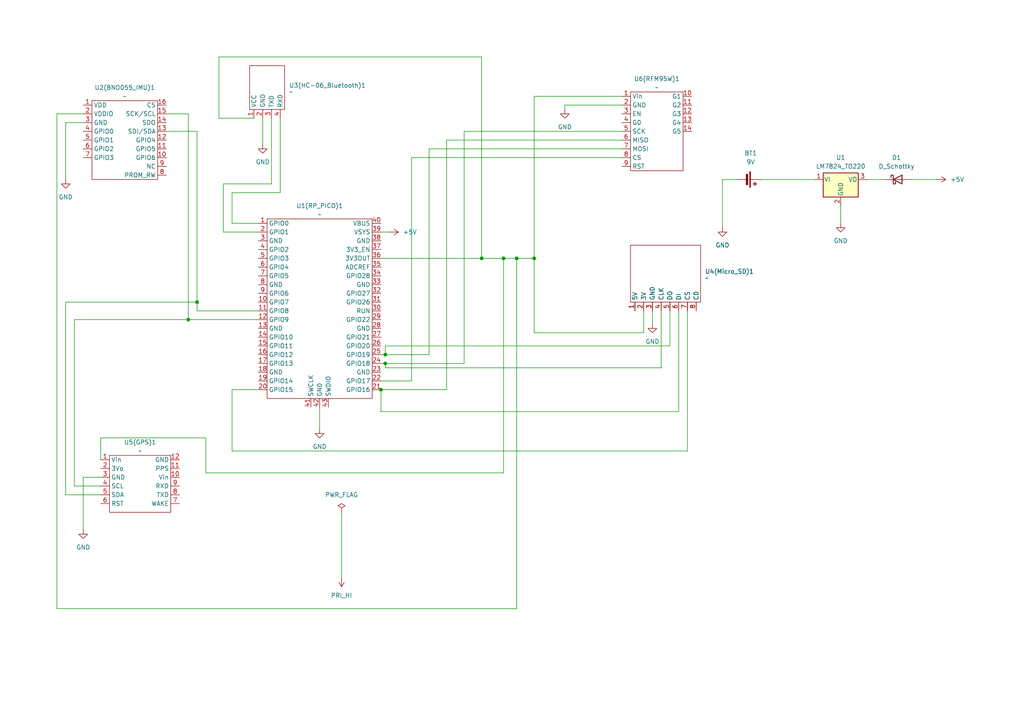
<source format=kicad_sch>
(kicad_sch
	(version 20231120)
	(generator "eeschema")
	(generator_version "8.0")
	(uuid "4018b97a-e39a-4877-95ec-6b51bbe41d6e")
	(paper "A4")
	(lib_symbols
		(symbol "Device:Battery_Cell"
			(pin_numbers hide)
			(pin_names
				(offset 0) hide)
			(exclude_from_sim no)
			(in_bom yes)
			(on_board yes)
			(property "Reference" "BT"
				(at 2.54 2.54 0)
				(effects
					(font
						(size 1.27 1.27)
					)
					(justify left)
				)
			)
			(property "Value" "Battery_Cell"
				(at 2.54 0 0)
				(effects
					(font
						(size 1.27 1.27)
					)
					(justify left)
				)
			)
			(property "Footprint" ""
				(at 0 1.524 90)
				(effects
					(font
						(size 1.27 1.27)
					)
					(hide yes)
				)
			)
			(property "Datasheet" "~"
				(at 0 1.524 90)
				(effects
					(font
						(size 1.27 1.27)
					)
					(hide yes)
				)
			)
			(property "Description" "Single-cell battery"
				(at 0 0 0)
				(effects
					(font
						(size 1.27 1.27)
					)
					(hide yes)
				)
			)
			(property "ki_keywords" "battery cell"
				(at 0 0 0)
				(effects
					(font
						(size 1.27 1.27)
					)
					(hide yes)
				)
			)
			(symbol "Battery_Cell_0_1"
				(rectangle
					(start -2.286 1.778)
					(end 2.286 1.524)
					(stroke
						(width 0)
						(type default)
					)
					(fill
						(type outline)
					)
				)
				(rectangle
					(start -1.524 1.016)
					(end 1.524 0.508)
					(stroke
						(width 0)
						(type default)
					)
					(fill
						(type outline)
					)
				)
				(polyline
					(pts
						(xy 0 0.762) (xy 0 0)
					)
					(stroke
						(width 0)
						(type default)
					)
					(fill
						(type none)
					)
				)
				(polyline
					(pts
						(xy 0 1.778) (xy 0 2.54)
					)
					(stroke
						(width 0)
						(type default)
					)
					(fill
						(type none)
					)
				)
				(polyline
					(pts
						(xy 0.762 3.048) (xy 1.778 3.048)
					)
					(stroke
						(width 0.254)
						(type default)
					)
					(fill
						(type none)
					)
				)
				(polyline
					(pts
						(xy 1.27 3.556) (xy 1.27 2.54)
					)
					(stroke
						(width 0.254)
						(type default)
					)
					(fill
						(type none)
					)
				)
			)
			(symbol "Battery_Cell_1_1"
				(pin passive line
					(at 0 5.08 270)
					(length 2.54)
					(name "+"
						(effects
							(font
								(size 1.27 1.27)
							)
						)
					)
					(number "1"
						(effects
							(font
								(size 1.27 1.27)
							)
						)
					)
				)
				(pin passive line
					(at 0 -2.54 90)
					(length 2.54)
					(name "-"
						(effects
							(font
								(size 1.27 1.27)
							)
						)
					)
					(number "2"
						(effects
							(font
								(size 1.27 1.27)
							)
						)
					)
				)
			)
		)
		(symbol "Device:D_Schottky"
			(pin_numbers hide)
			(pin_names
				(offset 1.016) hide)
			(exclude_from_sim no)
			(in_bom yes)
			(on_board yes)
			(property "Reference" "D"
				(at 0 2.54 0)
				(effects
					(font
						(size 1.27 1.27)
					)
				)
			)
			(property "Value" "D_Schottky"
				(at 0 -2.54 0)
				(effects
					(font
						(size 1.27 1.27)
					)
				)
			)
			(property "Footprint" ""
				(at 0 0 0)
				(effects
					(font
						(size 1.27 1.27)
					)
					(hide yes)
				)
			)
			(property "Datasheet" "~"
				(at 0 0 0)
				(effects
					(font
						(size 1.27 1.27)
					)
					(hide yes)
				)
			)
			(property "Description" "Schottky diode"
				(at 0 0 0)
				(effects
					(font
						(size 1.27 1.27)
					)
					(hide yes)
				)
			)
			(property "ki_keywords" "diode Schottky"
				(at 0 0 0)
				(effects
					(font
						(size 1.27 1.27)
					)
					(hide yes)
				)
			)
			(property "ki_fp_filters" "TO-???* *_Diode_* *SingleDiode* D_*"
				(at 0 0 0)
				(effects
					(font
						(size 1.27 1.27)
					)
					(hide yes)
				)
			)
			(symbol "D_Schottky_0_1"
				(polyline
					(pts
						(xy 1.27 0) (xy -1.27 0)
					)
					(stroke
						(width 0)
						(type default)
					)
					(fill
						(type none)
					)
				)
				(polyline
					(pts
						(xy 1.27 1.27) (xy 1.27 -1.27) (xy -1.27 0) (xy 1.27 1.27)
					)
					(stroke
						(width 0.254)
						(type default)
					)
					(fill
						(type none)
					)
				)
				(polyline
					(pts
						(xy -1.905 0.635) (xy -1.905 1.27) (xy -1.27 1.27) (xy -1.27 -1.27) (xy -0.635 -1.27) (xy -0.635 -0.635)
					)
					(stroke
						(width 0.254)
						(type default)
					)
					(fill
						(type none)
					)
				)
			)
			(symbol "D_Schottky_1_1"
				(pin passive line
					(at -3.81 0 0)
					(length 2.54)
					(name "K"
						(effects
							(font
								(size 1.27 1.27)
							)
						)
					)
					(number "1"
						(effects
							(font
								(size 1.27 1.27)
							)
						)
					)
				)
				(pin passive line
					(at 3.81 0 180)
					(length 2.54)
					(name "A"
						(effects
							(font
								(size 1.27 1.27)
							)
						)
					)
					(number "2"
						(effects
							(font
								(size 1.27 1.27)
							)
						)
					)
				)
			)
		)
		(symbol "Regulator_Linear:LM7824_TO220"
			(pin_names
				(offset 0.254)
			)
			(exclude_from_sim no)
			(in_bom yes)
			(on_board yes)
			(property "Reference" "U"
				(at -3.81 3.175 0)
				(effects
					(font
						(size 1.27 1.27)
					)
				)
			)
			(property "Value" "LM7824_TO220"
				(at 0 3.175 0)
				(effects
					(font
						(size 1.27 1.27)
					)
					(justify left)
				)
			)
			(property "Footprint" "Package_TO_SOT_THT:TO-220-3_Vertical"
				(at 0 5.715 0)
				(effects
					(font
						(size 1.27 1.27)
						(italic yes)
					)
					(hide yes)
				)
			)
			(property "Datasheet" "https://www.onsemi.cn/PowerSolutions/document/MC7800-D.PDF"
				(at 0 -1.27 0)
				(effects
					(font
						(size 1.27 1.27)
					)
					(hide yes)
				)
			)
			(property "Description" "Positive 1A 35V Linear Regulator, Fixed Output 24V, TO-220"
				(at 0 0 0)
				(effects
					(font
						(size 1.27 1.27)
					)
					(hide yes)
				)
			)
			(property "ki_keywords" "Voltage Regulator 1A Positive"
				(at 0 0 0)
				(effects
					(font
						(size 1.27 1.27)
					)
					(hide yes)
				)
			)
			(property "ki_fp_filters" "TO?220*"
				(at 0 0 0)
				(effects
					(font
						(size 1.27 1.27)
					)
					(hide yes)
				)
			)
			(symbol "LM7824_TO220_0_1"
				(rectangle
					(start -5.08 1.905)
					(end 5.08 -5.08)
					(stroke
						(width 0.254)
						(type default)
					)
					(fill
						(type background)
					)
				)
			)
			(symbol "LM7824_TO220_1_1"
				(pin power_in line
					(at -7.62 0 0)
					(length 2.54)
					(name "VI"
						(effects
							(font
								(size 1.27 1.27)
							)
						)
					)
					(number "1"
						(effects
							(font
								(size 1.27 1.27)
							)
						)
					)
				)
				(pin power_in line
					(at 0 -7.62 90)
					(length 2.54)
					(name "GND"
						(effects
							(font
								(size 1.27 1.27)
							)
						)
					)
					(number "2"
						(effects
							(font
								(size 1.27 1.27)
							)
						)
					)
				)
				(pin power_out line
					(at 7.62 0 180)
					(length 2.54)
					(name "VO"
						(effects
							(font
								(size 1.27 1.27)
							)
						)
					)
					(number "3"
						(effects
							(font
								(size 1.27 1.27)
							)
						)
					)
				)
			)
		)
		(symbol "power:+5V"
			(power)
			(pin_numbers hide)
			(pin_names
				(offset 0) hide)
			(exclude_from_sim no)
			(in_bom yes)
			(on_board yes)
			(property "Reference" "#PWR"
				(at 0 -3.81 0)
				(effects
					(font
						(size 1.27 1.27)
					)
					(hide yes)
				)
			)
			(property "Value" "+5V"
				(at 0 3.556 0)
				(effects
					(font
						(size 1.27 1.27)
					)
				)
			)
			(property "Footprint" ""
				(at 0 0 0)
				(effects
					(font
						(size 1.27 1.27)
					)
					(hide yes)
				)
			)
			(property "Datasheet" ""
				(at 0 0 0)
				(effects
					(font
						(size 1.27 1.27)
					)
					(hide yes)
				)
			)
			(property "Description" "Power symbol creates a global label with name \"+5V\""
				(at 0 0 0)
				(effects
					(font
						(size 1.27 1.27)
					)
					(hide yes)
				)
			)
			(property "ki_keywords" "global power"
				(at 0 0 0)
				(effects
					(font
						(size 1.27 1.27)
					)
					(hide yes)
				)
			)
			(symbol "+5V_0_1"
				(polyline
					(pts
						(xy -0.762 1.27) (xy 0 2.54)
					)
					(stroke
						(width 0)
						(type default)
					)
					(fill
						(type none)
					)
				)
				(polyline
					(pts
						(xy 0 0) (xy 0 2.54)
					)
					(stroke
						(width 0)
						(type default)
					)
					(fill
						(type none)
					)
				)
				(polyline
					(pts
						(xy 0 2.54) (xy 0.762 1.27)
					)
					(stroke
						(width 0)
						(type default)
					)
					(fill
						(type none)
					)
				)
			)
			(symbol "+5V_1_1"
				(pin power_in line
					(at 0 0 90)
					(length 0)
					(name "~"
						(effects
							(font
								(size 1.27 1.27)
							)
						)
					)
					(number "1"
						(effects
							(font
								(size 1.27 1.27)
							)
						)
					)
				)
			)
		)
		(symbol "power:GND"
			(power)
			(pin_numbers hide)
			(pin_names
				(offset 0) hide)
			(exclude_from_sim no)
			(in_bom yes)
			(on_board yes)
			(property "Reference" "#PWR"
				(at 0 -6.35 0)
				(effects
					(font
						(size 1.27 1.27)
					)
					(hide yes)
				)
			)
			(property "Value" "GND"
				(at 0 -3.81 0)
				(effects
					(font
						(size 1.27 1.27)
					)
				)
			)
			(property "Footprint" ""
				(at 0 0 0)
				(effects
					(font
						(size 1.27 1.27)
					)
					(hide yes)
				)
			)
			(property "Datasheet" ""
				(at 0 0 0)
				(effects
					(font
						(size 1.27 1.27)
					)
					(hide yes)
				)
			)
			(property "Description" "Power symbol creates a global label with name \"GND\" , ground"
				(at 0 0 0)
				(effects
					(font
						(size 1.27 1.27)
					)
					(hide yes)
				)
			)
			(property "ki_keywords" "global power"
				(at 0 0 0)
				(effects
					(font
						(size 1.27 1.27)
					)
					(hide yes)
				)
			)
			(symbol "GND_0_1"
				(polyline
					(pts
						(xy 0 0) (xy 0 -1.27) (xy 1.27 -1.27) (xy 0 -2.54) (xy -1.27 -1.27) (xy 0 -1.27)
					)
					(stroke
						(width 0)
						(type default)
					)
					(fill
						(type none)
					)
				)
			)
			(symbol "GND_1_1"
				(pin power_in line
					(at 0 0 270)
					(length 0)
					(name "~"
						(effects
							(font
								(size 1.27 1.27)
							)
						)
					)
					(number "1"
						(effects
							(font
								(size 1.27 1.27)
							)
						)
					)
				)
			)
		)
		(symbol "power:PRI_HI"
			(power)
			(pin_numbers hide)
			(pin_names
				(offset 0) hide)
			(exclude_from_sim no)
			(in_bom yes)
			(on_board yes)
			(property "Reference" "#PWR"
				(at 0 -3.81 0)
				(effects
					(font
						(size 1.27 1.27)
					)
					(hide yes)
				)
			)
			(property "Value" "PRI_HI"
				(at 0 3.556 0)
				(effects
					(font
						(size 1.27 1.27)
					)
				)
			)
			(property "Footprint" ""
				(at 0 0 0)
				(effects
					(font
						(size 1.27 1.27)
					)
					(hide yes)
				)
			)
			(property "Datasheet" ""
				(at 0 0 0)
				(effects
					(font
						(size 1.27 1.27)
					)
					(hide yes)
				)
			)
			(property "Description" "Power symbol creates a global label with name \"PRI_HI\""
				(at 0 0 0)
				(effects
					(font
						(size 1.27 1.27)
					)
					(hide yes)
				)
			)
			(property "ki_keywords" "global power"
				(at 0 0 0)
				(effects
					(font
						(size 1.27 1.27)
					)
					(hide yes)
				)
			)
			(symbol "PRI_HI_0_1"
				(polyline
					(pts
						(xy -0.762 1.27) (xy 0 2.54)
					)
					(stroke
						(width 0)
						(type default)
					)
					(fill
						(type none)
					)
				)
				(polyline
					(pts
						(xy 0 0) (xy 0 2.54)
					)
					(stroke
						(width 0)
						(type default)
					)
					(fill
						(type none)
					)
				)
				(polyline
					(pts
						(xy 0 2.54) (xy 0.762 1.27)
					)
					(stroke
						(width 0)
						(type default)
					)
					(fill
						(type none)
					)
				)
			)
			(symbol "PRI_HI_1_1"
				(pin power_in line
					(at 0 0 90)
					(length 0)
					(name "~"
						(effects
							(font
								(size 1.27 1.27)
							)
						)
					)
					(number "1"
						(effects
							(font
								(size 1.27 1.27)
							)
						)
					)
				)
			)
		)
		(symbol "power:PWR_FLAG"
			(power)
			(pin_numbers hide)
			(pin_names
				(offset 0) hide)
			(exclude_from_sim no)
			(in_bom yes)
			(on_board yes)
			(property "Reference" "#FLG"
				(at 0 1.905 0)
				(effects
					(font
						(size 1.27 1.27)
					)
					(hide yes)
				)
			)
			(property "Value" "PWR_FLAG"
				(at 0 3.81 0)
				(effects
					(font
						(size 1.27 1.27)
					)
				)
			)
			(property "Footprint" ""
				(at 0 0 0)
				(effects
					(font
						(size 1.27 1.27)
					)
					(hide yes)
				)
			)
			(property "Datasheet" "~"
				(at 0 0 0)
				(effects
					(font
						(size 1.27 1.27)
					)
					(hide yes)
				)
			)
			(property "Description" "Special symbol for telling ERC where power comes from"
				(at 0 0 0)
				(effects
					(font
						(size 1.27 1.27)
					)
					(hide yes)
				)
			)
			(property "ki_keywords" "flag power"
				(at 0 0 0)
				(effects
					(font
						(size 1.27 1.27)
					)
					(hide yes)
				)
			)
			(symbol "PWR_FLAG_0_0"
				(pin power_out line
					(at 0 0 90)
					(length 0)
					(name "~"
						(effects
							(font
								(size 1.27 1.27)
							)
						)
					)
					(number "1"
						(effects
							(font
								(size 1.27 1.27)
							)
						)
					)
				)
			)
			(symbol "PWR_FLAG_0_1"
				(polyline
					(pts
						(xy 0 0) (xy 0 1.27) (xy -1.016 1.905) (xy 0 2.54) (xy 1.016 1.905) (xy 0 1.27)
					)
					(stroke
						(width 0)
						(type default)
					)
					(fill
						(type none)
					)
				)
			)
		)
		(symbol "project2:BNO055_IMU"
			(exclude_from_sim no)
			(in_bom yes)
			(on_board yes)
			(property "Reference" "U"
				(at 0 0 0)
				(effects
					(font
						(size 1.27 1.27)
					)
				)
			)
			(property "Value" ""
				(at 0 0 0)
				(effects
					(font
						(size 1.27 1.27)
					)
				)
			)
			(property "Footprint" ""
				(at 0 0 0)
				(effects
					(font
						(size 1.27 1.27)
					)
					(hide yes)
				)
			)
			(property "Datasheet" ""
				(at 0 0 0)
				(effects
					(font
						(size 1.27 1.27)
					)
					(hide yes)
				)
			)
			(property "Description" ""
				(at 0 0 0)
				(effects
					(font
						(size 1.27 1.27)
					)
					(hide yes)
				)
			)
			(symbol "BNO055_IMU_0_1"
				(rectangle
					(start -8.89 8.89)
					(end 10.16 -13.97)
					(stroke
						(width 0)
						(type default)
					)
					(fill
						(type none)
					)
				)
			)
			(symbol "BNO055_IMU_1_1"
				(pin unspecified line
					(at -11.43 7.62 0)
					(length 2.54)
					(name "VDD"
						(effects
							(font
								(size 1.27 1.27)
							)
						)
					)
					(number "1"
						(effects
							(font
								(size 1.27 1.27)
							)
						)
					)
				)
				(pin unspecified line
					(at 12.7 -7.62 180)
					(length 2.54)
					(name "GPIO6"
						(effects
							(font
								(size 1.27 1.27)
							)
						)
					)
					(number "10"
						(effects
							(font
								(size 1.27 1.27)
							)
						)
					)
				)
				(pin unspecified line
					(at 12.7 -5.08 180)
					(length 2.54)
					(name "GPIO5"
						(effects
							(font
								(size 1.27 1.27)
							)
						)
					)
					(number "11"
						(effects
							(font
								(size 1.27 1.27)
							)
						)
					)
				)
				(pin unspecified line
					(at 12.7 -2.54 180)
					(length 2.54)
					(name "GPIO4"
						(effects
							(font
								(size 1.27 1.27)
							)
						)
					)
					(number "12"
						(effects
							(font
								(size 1.27 1.27)
							)
						)
					)
				)
				(pin unspecified line
					(at 12.7 0 180)
					(length 2.54)
					(name "SDI/SDA"
						(effects
							(font
								(size 1.27 1.27)
							)
						)
					)
					(number "13"
						(effects
							(font
								(size 1.27 1.27)
							)
						)
					)
				)
				(pin unspecified line
					(at 12.7 2.54 180)
					(length 2.54)
					(name "SDO"
						(effects
							(font
								(size 1.27 1.27)
							)
						)
					)
					(number "14"
						(effects
							(font
								(size 1.27 1.27)
							)
						)
					)
				)
				(pin unspecified line
					(at 12.7 5.08 180)
					(length 2.54)
					(name "SCK/SCL"
						(effects
							(font
								(size 1.27 1.27)
							)
						)
					)
					(number "15"
						(effects
							(font
								(size 1.27 1.27)
							)
						)
					)
				)
				(pin unspecified line
					(at 12.7 7.62 180)
					(length 2.54)
					(name "CS"
						(effects
							(font
								(size 1.27 1.27)
							)
						)
					)
					(number "16"
						(effects
							(font
								(size 1.27 1.27)
							)
						)
					)
				)
				(pin unspecified line
					(at -11.43 5.08 0)
					(length 2.54)
					(name "VDDIO"
						(effects
							(font
								(size 1.27 1.27)
							)
						)
					)
					(number "2"
						(effects
							(font
								(size 1.27 1.27)
							)
						)
					)
				)
				(pin unspecified line
					(at -11.43 2.54 0)
					(length 2.54)
					(name "GND"
						(effects
							(font
								(size 1.27 1.27)
							)
						)
					)
					(number "3"
						(effects
							(font
								(size 1.27 1.27)
							)
						)
					)
				)
				(pin unspecified line
					(at -11.43 0 0)
					(length 2.54)
					(name "GPIO0"
						(effects
							(font
								(size 1.27 1.27)
							)
						)
					)
					(number "4"
						(effects
							(font
								(size 1.27 1.27)
							)
						)
					)
				)
				(pin unspecified line
					(at -11.43 -2.54 0)
					(length 2.54)
					(name "GPIO1"
						(effects
							(font
								(size 1.27 1.27)
							)
						)
					)
					(number "5"
						(effects
							(font
								(size 1.27 1.27)
							)
						)
					)
				)
				(pin unspecified line
					(at -11.43 -5.08 0)
					(length 2.54)
					(name "GPIO2"
						(effects
							(font
								(size 1.27 1.27)
							)
						)
					)
					(number "6"
						(effects
							(font
								(size 1.27 1.27)
							)
						)
					)
				)
				(pin unspecified line
					(at -11.43 -7.62 0)
					(length 2.54)
					(name "GPIO3"
						(effects
							(font
								(size 1.27 1.27)
							)
						)
					)
					(number "7"
						(effects
							(font
								(size 1.27 1.27)
							)
						)
					)
				)
				(pin unspecified line
					(at 12.7 -12.7 180)
					(length 2.54)
					(name "PROM_RW"
						(effects
							(font
								(size 1.27 1.27)
							)
						)
					)
					(number "8"
						(effects
							(font
								(size 1.27 1.27)
							)
						)
					)
				)
				(pin unspecified line
					(at 12.7 -10.16 180)
					(length 2.54)
					(name "NC"
						(effects
							(font
								(size 1.27 1.27)
							)
						)
					)
					(number "9"
						(effects
							(font
								(size 1.27 1.27)
							)
						)
					)
				)
			)
		)
		(symbol "project2:HC-06"
			(exclude_from_sim no)
			(in_bom yes)
			(on_board yes)
			(property "Reference" "U"
				(at 0 0 0)
				(effects
					(font
						(size 1.27 1.27)
					)
				)
			)
			(property "Value" ""
				(at 0 0 0)
				(effects
					(font
						(size 1.27 1.27)
					)
				)
			)
			(property "Footprint" ""
				(at 0 0 0)
				(effects
					(font
						(size 1.27 1.27)
					)
					(hide yes)
				)
			)
			(property "Datasheet" ""
				(at 0 0 0)
				(effects
					(font
						(size 1.27 1.27)
					)
					(hide yes)
				)
			)
			(property "Description" ""
				(at 0 0 0)
				(effects
					(font
						(size 1.27 1.27)
					)
					(hide yes)
				)
			)
			(symbol "HC-06_0_1"
				(rectangle
					(start -5.08 6.35)
					(end 5.08 -6.35)
					(stroke
						(width 0)
						(type default)
					)
					(fill
						(type none)
					)
				)
			)
			(symbol "HC-06_1_1"
				(pin power_in line
					(at -3.81 -8.89 90)
					(length 2.54)
					(name "VCC"
						(effects
							(font
								(size 1.27 1.27)
							)
						)
					)
					(number "1"
						(effects
							(font
								(size 1.27 1.27)
							)
						)
					)
				)
				(pin power_in line
					(at -1.27 -8.89 90)
					(length 2.54)
					(name "GND"
						(effects
							(font
								(size 1.27 1.27)
							)
						)
					)
					(number "2"
						(effects
							(font
								(size 1.27 1.27)
							)
						)
					)
				)
				(pin unspecified line
					(at 1.27 -8.89 90)
					(length 2.54)
					(name "TXD"
						(effects
							(font
								(size 1.27 1.27)
							)
						)
					)
					(number "3"
						(effects
							(font
								(size 1.27 1.27)
							)
						)
					)
				)
				(pin unspecified line
					(at 3.81 -8.89 90)
					(length 2.54)
					(name "RXD"
						(effects
							(font
								(size 1.27 1.27)
							)
						)
					)
					(number "4"
						(effects
							(font
								(size 1.27 1.27)
							)
						)
					)
				)
			)
		)
		(symbol "project2:Micro_SD"
			(exclude_from_sim no)
			(in_bom yes)
			(on_board yes)
			(property "Reference" "U"
				(at 0 0 0)
				(effects
					(font
						(size 1.27 1.27)
					)
				)
			)
			(property "Value" ""
				(at 0 0 0)
				(effects
					(font
						(size 1.27 1.27)
					)
				)
			)
			(property "Footprint" ""
				(at 0 0 0)
				(effects
					(font
						(size 1.27 1.27)
					)
					(hide yes)
				)
			)
			(property "Datasheet" ""
				(at 0 0 0)
				(effects
					(font
						(size 1.27 1.27)
					)
					(hide yes)
				)
			)
			(property "Description" ""
				(at 0 0 0)
				(effects
					(font
						(size 1.27 1.27)
					)
					(hide yes)
				)
			)
			(symbol "Micro_SD_0_1"
				(rectangle
					(start -10.16 8.89)
					(end 10.16 -7.62)
					(stroke
						(width 0)
						(type default)
					)
					(fill
						(type none)
					)
				)
			)
			(symbol "Micro_SD_1_1"
				(pin unspecified line
					(at -8.89 -10.16 90)
					(length 2.54)
					(name "5V"
						(effects
							(font
								(size 1.27 1.27)
							)
						)
					)
					(number "1"
						(effects
							(font
								(size 1.27 1.27)
							)
						)
					)
				)
				(pin unspecified line
					(at -6.35 -10.16 90)
					(length 2.54)
					(name "3V"
						(effects
							(font
								(size 1.27 1.27)
							)
						)
					)
					(number "2"
						(effects
							(font
								(size 1.27 1.27)
							)
						)
					)
				)
				(pin unspecified line
					(at -3.81 -10.16 90)
					(length 2.54)
					(name "GND"
						(effects
							(font
								(size 1.27 1.27)
							)
						)
					)
					(number "3"
						(effects
							(font
								(size 1.27 1.27)
							)
						)
					)
				)
				(pin unspecified line
					(at -1.27 -10.16 90)
					(length 2.54)
					(name "CLK"
						(effects
							(font
								(size 1.27 1.27)
							)
						)
					)
					(number "4"
						(effects
							(font
								(size 1.27 1.27)
							)
						)
					)
				)
				(pin unspecified line
					(at 1.27 -10.16 90)
					(length 2.54)
					(name "DO"
						(effects
							(font
								(size 1.27 1.27)
							)
						)
					)
					(number "5"
						(effects
							(font
								(size 1.27 1.27)
							)
						)
					)
				)
				(pin unspecified line
					(at 3.81 -10.16 90)
					(length 2.54)
					(name "DI"
						(effects
							(font
								(size 1.27 1.27)
							)
						)
					)
					(number "6"
						(effects
							(font
								(size 1.27 1.27)
							)
						)
					)
				)
				(pin unspecified line
					(at 6.35 -10.16 90)
					(length 2.54)
					(name "CS"
						(effects
							(font
								(size 1.27 1.27)
							)
						)
					)
					(number "7"
						(effects
							(font
								(size 1.27 1.27)
							)
						)
					)
				)
				(pin unspecified line
					(at 8.89 -10.16 90)
					(length 2.54)
					(name "CD"
						(effects
							(font
								(size 1.27 1.27)
							)
						)
					)
					(number "8"
						(effects
							(font
								(size 1.27 1.27)
							)
						)
					)
				)
			)
		)
		(symbol "project2:PA1010D_GPS"
			(exclude_from_sim no)
			(in_bom yes)
			(on_board yes)
			(property "Reference" "U"
				(at 0 0 0)
				(effects
					(font
						(size 1.27 1.27)
					)
				)
			)
			(property "Value" ""
				(at 0 0 0)
				(effects
					(font
						(size 1.27 1.27)
					)
				)
			)
			(property "Footprint" ""
				(at 0 0 0)
				(effects
					(font
						(size 1.27 1.27)
					)
					(hide yes)
				)
			)
			(property "Datasheet" ""
				(at 0 0 0)
				(effects
					(font
						(size 1.27 1.27)
					)
					(hide yes)
				)
			)
			(property "Description" ""
				(at 0 0 0)
				(effects
					(font
						(size 1.27 1.27)
					)
					(hide yes)
				)
			)
			(symbol "PA1010D_GPS_0_1"
				(rectangle
					(start -8.89 8.89)
					(end 8.89 -7.62)
					(stroke
						(width 0)
						(type default)
					)
					(fill
						(type none)
					)
				)
			)
			(symbol "PA1010D_GPS_1_1"
				(pin power_in line
					(at -11.43 7.62 0)
					(length 2.54)
					(name "Vin"
						(effects
							(font
								(size 1.27 1.27)
							)
						)
					)
					(number "1"
						(effects
							(font
								(size 1.27 1.27)
							)
						)
					)
				)
				(pin power_in line
					(at 11.43 2.54 180)
					(length 2.54)
					(name "Vin"
						(effects
							(font
								(size 1.27 1.27)
							)
						)
					)
					(number "10"
						(effects
							(font
								(size 1.27 1.27)
							)
						)
					)
				)
				(pin unspecified line
					(at 11.43 5.08 180)
					(length 2.54)
					(name "PPS"
						(effects
							(font
								(size 1.27 1.27)
							)
						)
					)
					(number "11"
						(effects
							(font
								(size 1.27 1.27)
							)
						)
					)
				)
				(pin power_in line
					(at 11.43 7.62 180)
					(length 2.54)
					(name "GND"
						(effects
							(font
								(size 1.27 1.27)
							)
						)
					)
					(number "12"
						(effects
							(font
								(size 1.27 1.27)
							)
						)
					)
				)
				(pin unspecified line
					(at -11.43 5.08 0)
					(length 2.54)
					(name "3Vo"
						(effects
							(font
								(size 1.27 1.27)
							)
						)
					)
					(number "2"
						(effects
							(font
								(size 1.27 1.27)
							)
						)
					)
				)
				(pin power_in line
					(at -11.43 2.54 0)
					(length 2.54)
					(name "GND"
						(effects
							(font
								(size 1.27 1.27)
							)
						)
					)
					(number "3"
						(effects
							(font
								(size 1.27 1.27)
							)
						)
					)
				)
				(pin unspecified line
					(at -11.43 0 0)
					(length 2.54)
					(name "SCL"
						(effects
							(font
								(size 1.27 1.27)
							)
						)
					)
					(number "4"
						(effects
							(font
								(size 1.27 1.27)
							)
						)
					)
				)
				(pin unspecified line
					(at -11.43 -2.54 0)
					(length 2.54)
					(name "SDA"
						(effects
							(font
								(size 1.27 1.27)
							)
						)
					)
					(number "5"
						(effects
							(font
								(size 1.27 1.27)
							)
						)
					)
				)
				(pin unspecified line
					(at -11.43 -5.08 0)
					(length 2.54)
					(name "RST"
						(effects
							(font
								(size 1.27 1.27)
							)
						)
					)
					(number "6"
						(effects
							(font
								(size 1.27 1.27)
							)
						)
					)
				)
				(pin unspecified line
					(at 11.43 -5.08 180)
					(length 2.54)
					(name "WAKE"
						(effects
							(font
								(size 1.27 1.27)
							)
						)
					)
					(number "7"
						(effects
							(font
								(size 1.27 1.27)
							)
						)
					)
				)
				(pin unspecified line
					(at 11.43 -2.54 180)
					(length 2.54)
					(name "TXD"
						(effects
							(font
								(size 1.27 1.27)
							)
						)
					)
					(number "8"
						(effects
							(font
								(size 1.27 1.27)
							)
						)
					)
				)
				(pin unspecified line
					(at 11.43 0 180)
					(length 2.54)
					(name "RXD"
						(effects
							(font
								(size 1.27 1.27)
							)
						)
					)
					(number "9"
						(effects
							(font
								(size 1.27 1.27)
							)
						)
					)
				)
			)
		)
		(symbol "project2:RFM95W_LoRA"
			(exclude_from_sim no)
			(in_bom yes)
			(on_board yes)
			(property "Reference" "U"
				(at 0 0 0)
				(effects
					(font
						(size 1.27 1.27)
					)
				)
			)
			(property "Value" ""
				(at 0 0 0)
				(effects
					(font
						(size 1.27 1.27)
					)
				)
			)
			(property "Footprint" ""
				(at 0 0 0)
				(effects
					(font
						(size 1.27 1.27)
					)
					(hide yes)
				)
			)
			(property "Datasheet" ""
				(at 0 0 0)
				(effects
					(font
						(size 1.27 1.27)
					)
					(hide yes)
				)
			)
			(property "Description" ""
				(at 0 0 0)
				(effects
					(font
						(size 1.27 1.27)
					)
					(hide yes)
				)
			)
			(symbol "RFM95W_LoRA_0_1"
				(rectangle
					(start -7.62 10.16)
					(end 7.62 -12.7)
					(stroke
						(width 0)
						(type default)
					)
					(fill
						(type none)
					)
				)
			)
			(symbol "RFM95W_LoRA_1_1"
				(pin power_in line
					(at -10.16 8.89 0)
					(length 2.54)
					(name "Vin"
						(effects
							(font
								(size 1.27 1.27)
							)
						)
					)
					(number "1"
						(effects
							(font
								(size 1.27 1.27)
							)
						)
					)
				)
				(pin unspecified line
					(at 10.16 8.89 180)
					(length 2.54)
					(name "G1"
						(effects
							(font
								(size 1.27 1.27)
							)
						)
					)
					(number "10"
						(effects
							(font
								(size 1.27 1.27)
							)
						)
					)
				)
				(pin unspecified line
					(at 10.16 6.35 180)
					(length 2.54)
					(name "G2"
						(effects
							(font
								(size 1.27 1.27)
							)
						)
					)
					(number "11"
						(effects
							(font
								(size 1.27 1.27)
							)
						)
					)
				)
				(pin unspecified line
					(at 10.16 3.81 180)
					(length 2.54)
					(name "G3"
						(effects
							(font
								(size 1.27 1.27)
							)
						)
					)
					(number "12"
						(effects
							(font
								(size 1.27 1.27)
							)
						)
					)
				)
				(pin unspecified line
					(at 10.16 1.27 180)
					(length 2.54)
					(name "G4"
						(effects
							(font
								(size 1.27 1.27)
							)
						)
					)
					(number "13"
						(effects
							(font
								(size 1.27 1.27)
							)
						)
					)
				)
				(pin unspecified line
					(at 10.16 -1.27 180)
					(length 2.54)
					(name "G5"
						(effects
							(font
								(size 1.27 1.27)
							)
						)
					)
					(number "14"
						(effects
							(font
								(size 1.27 1.27)
							)
						)
					)
				)
				(pin power_in line
					(at -10.16 6.35 0)
					(length 2.54)
					(name "GND"
						(effects
							(font
								(size 1.27 1.27)
							)
						)
					)
					(number "2"
						(effects
							(font
								(size 1.27 1.27)
							)
						)
					)
				)
				(pin unspecified line
					(at -10.16 3.81 0)
					(length 2.54)
					(name "EN"
						(effects
							(font
								(size 1.27 1.27)
							)
						)
					)
					(number "3"
						(effects
							(font
								(size 1.27 1.27)
							)
						)
					)
				)
				(pin unspecified line
					(at -10.16 1.27 0)
					(length 2.54)
					(name "G0"
						(effects
							(font
								(size 1.27 1.27)
							)
						)
					)
					(number "4"
						(effects
							(font
								(size 1.27 1.27)
							)
						)
					)
				)
				(pin unspecified line
					(at -10.16 -1.27 0)
					(length 2.54)
					(name "SCK"
						(effects
							(font
								(size 1.27 1.27)
							)
						)
					)
					(number "5"
						(effects
							(font
								(size 1.27 1.27)
							)
						)
					)
				)
				(pin unspecified line
					(at -10.16 -3.81 0)
					(length 2.54)
					(name "MISO"
						(effects
							(font
								(size 1.27 1.27)
							)
						)
					)
					(number "6"
						(effects
							(font
								(size 1.27 1.27)
							)
						)
					)
				)
				(pin unspecified line
					(at -10.16 -6.35 0)
					(length 2.54)
					(name "MOSI"
						(effects
							(font
								(size 1.27 1.27)
							)
						)
					)
					(number "7"
						(effects
							(font
								(size 1.27 1.27)
							)
						)
					)
				)
				(pin unspecified line
					(at -10.16 -8.89 0)
					(length 2.54)
					(name "CS"
						(effects
							(font
								(size 1.27 1.27)
							)
						)
					)
					(number "8"
						(effects
							(font
								(size 1.27 1.27)
							)
						)
					)
				)
				(pin unspecified line
					(at -10.16 -11.43 0)
					(length 2.54)
					(name "RST"
						(effects
							(font
								(size 1.27 1.27)
							)
						)
					)
					(number "9"
						(effects
							(font
								(size 1.27 1.27)
							)
						)
					)
				)
			)
		)
		(symbol "project2:RP_PICO"
			(exclude_from_sim no)
			(in_bom yes)
			(on_board yes)
			(property "Reference" "U"
				(at 0 0 0)
				(effects
					(font
						(size 1.27 1.27)
					)
				)
			)
			(property "Value" ""
				(at 0 0 0)
				(effects
					(font
						(size 1.27 1.27)
					)
				)
			)
			(property "Footprint" ""
				(at 0 0 0)
				(effects
					(font
						(size 1.27 1.27)
					)
					(hide yes)
				)
			)
			(property "Datasheet" ""
				(at 0 0 0)
				(effects
					(font
						(size 1.27 1.27)
					)
					(hide yes)
				)
			)
			(property "Description" ""
				(at 0 0 0)
				(effects
					(font
						(size 1.27 1.27)
					)
					(hide yes)
				)
			)
			(symbol "RP_PICO_0_1"
				(rectangle
					(start -15.24 24.13)
					(end 15.24 -27.94)
					(stroke
						(width 0)
						(type default)
					)
					(fill
						(type none)
					)
				)
			)
			(symbol "RP_PICO_1_1"
				(pin bidirectional line
					(at -17.78 22.86 0)
					(length 2.54)
					(name "GPIO0"
						(effects
							(font
								(size 1.27 1.27)
							)
						)
					)
					(number "1"
						(effects
							(font
								(size 1.27 1.27)
							)
						)
					)
				)
				(pin bidirectional line
					(at -17.78 0 0)
					(length 2.54)
					(name "GPIO7"
						(effects
							(font
								(size 1.27 1.27)
							)
						)
					)
					(number "10"
						(effects
							(font
								(size 1.27 1.27)
							)
						)
					)
				)
				(pin bidirectional line
					(at -17.78 -2.54 0)
					(length 2.54)
					(name "GPIO8"
						(effects
							(font
								(size 1.27 1.27)
							)
						)
					)
					(number "11"
						(effects
							(font
								(size 1.27 1.27)
							)
						)
					)
				)
				(pin bidirectional line
					(at -17.78 -5.08 0)
					(length 2.54)
					(name "GPIO9"
						(effects
							(font
								(size 1.27 1.27)
							)
						)
					)
					(number "12"
						(effects
							(font
								(size 1.27 1.27)
							)
						)
					)
				)
				(pin power_in line
					(at -17.78 -7.62 0)
					(length 2.54)
					(name "GND"
						(effects
							(font
								(size 1.27 1.27)
							)
						)
					)
					(number "13"
						(effects
							(font
								(size 1.27 1.27)
							)
						)
					)
				)
				(pin power_in line
					(at -17.78 -10.16 0)
					(length 2.54)
					(name "GPIO10"
						(effects
							(font
								(size 1.27 1.27)
							)
						)
					)
					(number "14"
						(effects
							(font
								(size 1.27 1.27)
							)
						)
					)
				)
				(pin bidirectional line
					(at -17.78 -12.7 0)
					(length 2.54)
					(name "GPIO11"
						(effects
							(font
								(size 1.27 1.27)
							)
						)
					)
					(number "15"
						(effects
							(font
								(size 1.27 1.27)
							)
						)
					)
				)
				(pin bidirectional line
					(at -17.78 -15.24 0)
					(length 2.54)
					(name "GPIO12"
						(effects
							(font
								(size 1.27 1.27)
							)
						)
					)
					(number "16"
						(effects
							(font
								(size 1.27 1.27)
							)
						)
					)
				)
				(pin bidirectional line
					(at -17.78 -17.78 0)
					(length 2.54)
					(name "GPIO13"
						(effects
							(font
								(size 1.27 1.27)
							)
						)
					)
					(number "17"
						(effects
							(font
								(size 1.27 1.27)
							)
						)
					)
				)
				(pin power_in line
					(at -17.78 -20.32 0)
					(length 2.54)
					(name "GND"
						(effects
							(font
								(size 1.27 1.27)
							)
						)
					)
					(number "18"
						(effects
							(font
								(size 1.27 1.27)
							)
						)
					)
				)
				(pin bidirectional line
					(at -17.78 -22.86 0)
					(length 2.54)
					(name "GPIO14"
						(effects
							(font
								(size 1.27 1.27)
							)
						)
					)
					(number "19"
						(effects
							(font
								(size 1.27 1.27)
							)
						)
					)
				)
				(pin bidirectional line
					(at -17.78 20.32 0)
					(length 2.54)
					(name "GPIO1"
						(effects
							(font
								(size 1.27 1.27)
							)
						)
					)
					(number "2"
						(effects
							(font
								(size 1.27 1.27)
							)
						)
					)
				)
				(pin bidirectional line
					(at -17.78 -25.4 0)
					(length 2.54)
					(name "GPIO15"
						(effects
							(font
								(size 1.27 1.27)
							)
						)
					)
					(number "20"
						(effects
							(font
								(size 1.27 1.27)
							)
						)
					)
				)
				(pin bidirectional line
					(at 17.78 -25.4 180)
					(length 2.54)
					(name "GPIO16"
						(effects
							(font
								(size 1.27 1.27)
							)
						)
					)
					(number "21"
						(effects
							(font
								(size 1.27 1.27)
							)
						)
					)
				)
				(pin bidirectional line
					(at 17.78 -22.86 180)
					(length 2.54)
					(name "GPIO17"
						(effects
							(font
								(size 1.27 1.27)
							)
						)
					)
					(number "22"
						(effects
							(font
								(size 1.27 1.27)
							)
						)
					)
				)
				(pin power_in line
					(at 17.78 -20.32 180)
					(length 2.54)
					(name "GND"
						(effects
							(font
								(size 1.27 1.27)
							)
						)
					)
					(number "23"
						(effects
							(font
								(size 1.27 1.27)
							)
						)
					)
				)
				(pin bidirectional line
					(at 17.78 -17.78 180)
					(length 2.54)
					(name "GPIO18"
						(effects
							(font
								(size 1.27 1.27)
							)
						)
					)
					(number "24"
						(effects
							(font
								(size 1.27 1.27)
							)
						)
					)
				)
				(pin bidirectional line
					(at 17.78 -15.24 180)
					(length 2.54)
					(name "GPIO19"
						(effects
							(font
								(size 1.27 1.27)
							)
						)
					)
					(number "25"
						(effects
							(font
								(size 1.27 1.27)
							)
						)
					)
				)
				(pin bidirectional line
					(at 17.78 -12.7 180)
					(length 2.54)
					(name "GPIO20"
						(effects
							(font
								(size 1.27 1.27)
							)
						)
					)
					(number "26"
						(effects
							(font
								(size 1.27 1.27)
							)
						)
					)
				)
				(pin bidirectional line
					(at 17.78 -10.16 180)
					(length 2.54)
					(name "GPIO21"
						(effects
							(font
								(size 1.27 1.27)
							)
						)
					)
					(number "27"
						(effects
							(font
								(size 1.27 1.27)
							)
						)
					)
				)
				(pin power_in line
					(at 17.78 -7.62 180)
					(length 2.54)
					(name "GND"
						(effects
							(font
								(size 1.27 1.27)
							)
						)
					)
					(number "28"
						(effects
							(font
								(size 1.27 1.27)
							)
						)
					)
				)
				(pin bidirectional line
					(at 17.78 -5.08 180)
					(length 2.54)
					(name "GPIO22"
						(effects
							(font
								(size 1.27 1.27)
							)
						)
					)
					(number "29"
						(effects
							(font
								(size 1.27 1.27)
							)
						)
					)
				)
				(pin power_in line
					(at -17.78 17.78 0)
					(length 2.54)
					(name "GND"
						(effects
							(font
								(size 1.27 1.27)
							)
						)
					)
					(number "3"
						(effects
							(font
								(size 1.27 1.27)
							)
						)
					)
				)
				(pin unspecified line
					(at 17.78 -2.54 180)
					(length 2.54)
					(name "RUN"
						(effects
							(font
								(size 1.27 1.27)
							)
						)
					)
					(number "30"
						(effects
							(font
								(size 1.27 1.27)
							)
						)
					)
				)
				(pin bidirectional line
					(at 17.78 0 180)
					(length 2.54)
					(name "GPIO26"
						(effects
							(font
								(size 1.27 1.27)
							)
						)
					)
					(number "31"
						(effects
							(font
								(size 1.27 1.27)
							)
						)
					)
				)
				(pin bidirectional line
					(at 17.78 2.54 180)
					(length 2.54)
					(name "GPIO27"
						(effects
							(font
								(size 1.27 1.27)
							)
						)
					)
					(number "32"
						(effects
							(font
								(size 1.27 1.27)
							)
						)
					)
				)
				(pin power_in line
					(at 17.78 5.08 180)
					(length 2.54)
					(name "GND"
						(effects
							(font
								(size 1.27 1.27)
							)
						)
					)
					(number "33"
						(effects
							(font
								(size 1.27 1.27)
							)
						)
					)
				)
				(pin bidirectional line
					(at 17.78 7.62 180)
					(length 2.54)
					(name "GPIO28"
						(effects
							(font
								(size 1.27 1.27)
							)
						)
					)
					(number "34"
						(effects
							(font
								(size 1.27 1.27)
							)
						)
					)
				)
				(pin unspecified line
					(at 17.78 10.16 180)
					(length 2.54)
					(name "ADCREF"
						(effects
							(font
								(size 1.27 1.27)
							)
						)
					)
					(number "35"
						(effects
							(font
								(size 1.27 1.27)
							)
						)
					)
				)
				(pin power_out line
					(at 17.78 12.7 180)
					(length 2.54)
					(name "3V3OUT"
						(effects
							(font
								(size 1.27 1.27)
							)
						)
					)
					(number "36"
						(effects
							(font
								(size 1.27 1.27)
							)
						)
					)
				)
				(pin unspecified line
					(at 17.78 15.24 180)
					(length 2.54)
					(name "3V3_EN"
						(effects
							(font
								(size 1.27 1.27)
							)
						)
					)
					(number "37"
						(effects
							(font
								(size 1.27 1.27)
							)
						)
					)
				)
				(pin power_in line
					(at 17.78 17.78 180)
					(length 2.54)
					(name "GND"
						(effects
							(font
								(size 1.27 1.27)
							)
						)
					)
					(number "38"
						(effects
							(font
								(size 1.27 1.27)
							)
						)
					)
				)
				(pin unspecified line
					(at 17.78 20.32 180)
					(length 2.54)
					(name "VSYS"
						(effects
							(font
								(size 1.27 1.27)
							)
						)
					)
					(number "39"
						(effects
							(font
								(size 1.27 1.27)
							)
						)
					)
				)
				(pin bidirectional line
					(at -17.78 15.24 0)
					(length 2.54)
					(name "GPIO2"
						(effects
							(font
								(size 1.27 1.27)
							)
						)
					)
					(number "4"
						(effects
							(font
								(size 1.27 1.27)
							)
						)
					)
				)
				(pin unspecified line
					(at 17.78 22.86 180)
					(length 2.54)
					(name "VBUS"
						(effects
							(font
								(size 1.27 1.27)
							)
						)
					)
					(number "40"
						(effects
							(font
								(size 1.27 1.27)
							)
						)
					)
				)
				(pin unspecified line
					(at -2.54 -30.48 90)
					(length 2.54)
					(name "SWCLK"
						(effects
							(font
								(size 1.27 1.27)
							)
						)
					)
					(number "41"
						(effects
							(font
								(size 1.27 1.27)
							)
						)
					)
				)
				(pin power_in line
					(at 0 -30.48 90)
					(length 2.54)
					(name "GND"
						(effects
							(font
								(size 1.27 1.27)
							)
						)
					)
					(number "42"
						(effects
							(font
								(size 1.27 1.27)
							)
						)
					)
				)
				(pin unspecified line
					(at 2.54 -30.48 90)
					(length 2.54)
					(name "SWDIO"
						(effects
							(font
								(size 1.27 1.27)
							)
						)
					)
					(number "43"
						(effects
							(font
								(size 1.27 1.27)
							)
						)
					)
				)
				(pin bidirectional line
					(at -17.78 12.7 0)
					(length 2.54)
					(name "GPIO3"
						(effects
							(font
								(size 1.27 1.27)
							)
						)
					)
					(number "5"
						(effects
							(font
								(size 1.27 1.27)
							)
						)
					)
				)
				(pin bidirectional line
					(at -17.78 10.16 0)
					(length 2.54)
					(name "GPIO4"
						(effects
							(font
								(size 1.27 1.27)
							)
						)
					)
					(number "6"
						(effects
							(font
								(size 1.27 1.27)
							)
						)
					)
				)
				(pin bidirectional line
					(at -17.78 7.62 0)
					(length 2.54)
					(name "GPIO5"
						(effects
							(font
								(size 1.27 1.27)
							)
						)
					)
					(number "7"
						(effects
							(font
								(size 1.27 1.27)
							)
						)
					)
				)
				(pin power_in line
					(at -17.78 5.08 0)
					(length 2.54)
					(name "GND"
						(effects
							(font
								(size 1.27 1.27)
							)
						)
					)
					(number "8"
						(effects
							(font
								(size 1.27 1.27)
							)
						)
					)
				)
				(pin bidirectional line
					(at -17.78 2.54 0)
					(length 2.54)
					(name "GPIO6"
						(effects
							(font
								(size 1.27 1.27)
							)
						)
					)
					(number "9"
						(effects
							(font
								(size 1.27 1.27)
							)
						)
					)
				)
			)
		)
	)
	(junction
		(at 139.7 74.93)
		(diameter 0)
		(color 0 0 0 0)
		(uuid "1302f104-448f-46ff-81ac-7d64971c9565")
	)
	(junction
		(at 111.76 105.41)
		(diameter 0)
		(color 0 0 0 0)
		(uuid "45ca866c-83b2-49d8-a4d8-73ccabaad104")
	)
	(junction
		(at 149.86 74.93)
		(diameter 0)
		(color 0 0 0 0)
		(uuid "488aecb7-c1e1-44b0-acf5-4a1fe185499b")
	)
	(junction
		(at 57.15 87.63)
		(diameter 0)
		(color 0 0 0 0)
		(uuid "54e67693-c72f-43ad-9a8c-9af9c87e8b0c")
	)
	(junction
		(at 111.76 102.87)
		(diameter 0)
		(color 0 0 0 0)
		(uuid "6e874fe2-ddc7-4840-964a-e4a9868b9b79")
	)
	(junction
		(at 54.61 92.71)
		(diameter 0)
		(color 0 0 0 0)
		(uuid "95e35689-61df-4e20-9d39-c6b24e705f00")
	)
	(junction
		(at 146.05 74.93)
		(diameter 0)
		(color 0 0 0 0)
		(uuid "b06b1be7-b675-4e99-a40f-b923eb556914")
	)
	(junction
		(at 154.94 74.93)
		(diameter 0)
		(color 0 0 0 0)
		(uuid "c073d723-29ad-44b8-8d9d-22e00e7559b6")
	)
	(junction
		(at 110.49 113.03)
		(diameter 0)
		(color 0 0 0 0)
		(uuid "df5b0190-217e-4ff7-872b-24aba1e05239")
	)
	(wire
		(pts
			(xy 124.46 43.18) (xy 124.46 102.87)
		)
		(stroke
			(width 0)
			(type default)
		)
		(uuid "05be571d-bdca-4bef-9c58-aac9ee13791a")
	)
	(wire
		(pts
			(xy 119.38 45.72) (xy 180.34 45.72)
		)
		(stroke
			(width 0)
			(type default)
		)
		(uuid "05f30e48-6b8f-41e8-bc63-ba4c2a334331")
	)
	(wire
		(pts
			(xy 48.26 33.02) (xy 54.61 33.02)
		)
		(stroke
			(width 0)
			(type default)
		)
		(uuid "070c8718-7c8c-49b5-912f-81d4da13958d")
	)
	(wire
		(pts
			(xy 251.46 52.07) (xy 256.54 52.07)
		)
		(stroke
			(width 0)
			(type default)
		)
		(uuid "09af527a-dc26-4b5e-bd00-8402fafa7dae")
	)
	(wire
		(pts
			(xy 16.51 33.02) (xy 16.51 176.53)
		)
		(stroke
			(width 0)
			(type default)
		)
		(uuid "0ab9d620-c422-487a-b6db-afd35ca91d56")
	)
	(wire
		(pts
			(xy 180.34 30.48) (xy 163.83 30.48)
		)
		(stroke
			(width 0)
			(type default)
		)
		(uuid "0e6a426a-44ce-40ed-80f5-e8a77eb853cb")
	)
	(wire
		(pts
			(xy 78.74 34.29) (xy 78.74 53.34)
		)
		(stroke
			(width 0)
			(type default)
		)
		(uuid "0ec2583f-a486-4328-bafa-c252a59de3ab")
	)
	(wire
		(pts
			(xy 149.86 176.53) (xy 149.86 74.93)
		)
		(stroke
			(width 0)
			(type default)
		)
		(uuid "12389d22-e0a4-4940-8558-17c3bbf79d89")
	)
	(wire
		(pts
			(xy 146.05 137.16) (xy 146.05 74.93)
		)
		(stroke
			(width 0)
			(type default)
		)
		(uuid "1458c369-ef1f-40be-b929-df21895c5f1a")
	)
	(wire
		(pts
			(xy 64.77 67.31) (xy 74.93 67.31)
		)
		(stroke
			(width 0)
			(type default)
		)
		(uuid "14aed974-40aa-4f35-8707-08bc8d7fe9f1")
	)
	(wire
		(pts
			(xy 180.34 43.18) (xy 124.46 43.18)
		)
		(stroke
			(width 0)
			(type default)
		)
		(uuid "153aff7c-b265-48ed-b1c1-419db685001b")
	)
	(wire
		(pts
			(xy 81.28 55.88) (xy 67.31 55.88)
		)
		(stroke
			(width 0)
			(type default)
		)
		(uuid "1c1bedba-35dd-4d79-bc2c-0e3616a45372")
	)
	(wire
		(pts
			(xy 110.49 110.49) (xy 119.38 110.49)
		)
		(stroke
			(width 0)
			(type default)
		)
		(uuid "22624dd0-a3b5-4a1c-b366-fa786f480fc6")
	)
	(wire
		(pts
			(xy 154.94 96.52) (xy 154.94 74.93)
		)
		(stroke
			(width 0)
			(type default)
		)
		(uuid "227073f2-d609-4270-99f8-c9774dc0351c")
	)
	(wire
		(pts
			(xy 64.77 53.34) (xy 64.77 67.31)
		)
		(stroke
			(width 0)
			(type default)
		)
		(uuid "2280bfc8-0f20-4562-8281-33d9bcd8fab1")
	)
	(wire
		(pts
			(xy 186.69 96.52) (xy 154.94 96.52)
		)
		(stroke
			(width 0)
			(type default)
		)
		(uuid "22ef0b99-f4a7-4903-991b-cea3fe8fbd70")
	)
	(wire
		(pts
			(xy 67.31 113.03) (xy 67.31 130.81)
		)
		(stroke
			(width 0)
			(type default)
		)
		(uuid "310a68ec-60e4-4fd9-bfad-ee3a82b1ab21")
	)
	(wire
		(pts
			(xy 110.49 74.93) (xy 139.7 74.93)
		)
		(stroke
			(width 0)
			(type default)
		)
		(uuid "31649009-07fd-4471-aa82-f07bd3560b77")
	)
	(wire
		(pts
			(xy 16.51 176.53) (xy 149.86 176.53)
		)
		(stroke
			(width 0)
			(type default)
		)
		(uuid "318ef263-cf35-4d39-8ae2-47000498ac33")
	)
	(wire
		(pts
			(xy 199.39 90.17) (xy 199.39 130.81)
		)
		(stroke
			(width 0)
			(type default)
		)
		(uuid "372a31d9-dc25-4996-9e0f-a7572d171652")
	)
	(wire
		(pts
			(xy 119.38 45.72) (xy 119.38 110.49)
		)
		(stroke
			(width 0)
			(type default)
		)
		(uuid "3c1e7196-630f-4e9a-9a6a-a19c67d06288")
	)
	(wire
		(pts
			(xy 19.05 35.56) (xy 19.05 52.07)
		)
		(stroke
			(width 0)
			(type default)
		)
		(uuid "44314b8c-d243-4a68-a2d9-403465a834e2")
	)
	(wire
		(pts
			(xy 57.15 38.1) (xy 57.15 87.63)
		)
		(stroke
			(width 0)
			(type default)
		)
		(uuid "45dbbd39-1b98-400d-a6aa-d6e1104bf31d")
	)
	(wire
		(pts
			(xy 213.36 52.07) (xy 209.55 52.07)
		)
		(stroke
			(width 0)
			(type default)
		)
		(uuid "47507be3-bd58-4b75-a4c0-cd956c3e1e8d")
	)
	(wire
		(pts
			(xy 194.31 90.17) (xy 194.31 100.33)
		)
		(stroke
			(width 0)
			(type default)
		)
		(uuid "48a39364-d75d-4a19-bd29-315bfacf798d")
	)
	(wire
		(pts
			(xy 29.21 143.51) (xy 19.05 143.51)
		)
		(stroke
			(width 0)
			(type default)
		)
		(uuid "4b5c265a-c14e-44db-ae22-6628f3271e7c")
	)
	(wire
		(pts
			(xy 134.62 38.1) (xy 180.34 38.1)
		)
		(stroke
			(width 0)
			(type default)
		)
		(uuid "4c4ee82c-f927-4861-ab03-9ba812066cef")
	)
	(wire
		(pts
			(xy 19.05 87.63) (xy 57.15 87.63)
		)
		(stroke
			(width 0)
			(type default)
		)
		(uuid "4cf1020c-c8f5-48d8-88ee-c7bbd7d66b1b")
	)
	(wire
		(pts
			(xy 19.05 143.51) (xy 19.05 87.63)
		)
		(stroke
			(width 0)
			(type default)
		)
		(uuid "5003368c-984c-415f-bcaa-dc8e630f32c6")
	)
	(wire
		(pts
			(xy 76.2 34.29) (xy 76.2 41.91)
		)
		(stroke
			(width 0)
			(type default)
		)
		(uuid "50a06f99-844f-4c17-ada8-af17b03b55d6")
	)
	(wire
		(pts
			(xy 124.46 102.87) (xy 111.76 102.87)
		)
		(stroke
			(width 0)
			(type default)
		)
		(uuid "5584bae5-f75d-456f-abef-7ff30310ebcb")
	)
	(wire
		(pts
			(xy 139.7 74.93) (xy 146.05 74.93)
		)
		(stroke
			(width 0)
			(type default)
		)
		(uuid "577f0a93-8b69-42b9-843d-686f23ec08f6")
	)
	(wire
		(pts
			(xy 264.16 52.07) (xy 271.78 52.07)
		)
		(stroke
			(width 0)
			(type default)
		)
		(uuid "580af838-46b3-4a22-b2d0-206f4c192313")
	)
	(wire
		(pts
			(xy 111.76 105.41) (xy 134.62 105.41)
		)
		(stroke
			(width 0)
			(type default)
		)
		(uuid "594b7130-29f1-4695-9549-bc2f58422f2d")
	)
	(wire
		(pts
			(xy 63.5 34.29) (xy 63.5 16.51)
		)
		(stroke
			(width 0)
			(type default)
		)
		(uuid "59fc1bc7-89ba-4494-9f88-a493c7bd9590")
	)
	(wire
		(pts
			(xy 54.61 33.02) (xy 54.61 92.71)
		)
		(stroke
			(width 0)
			(type default)
		)
		(uuid "5a9e4a9e-91b3-4299-8623-4f97824f18f1")
	)
	(wire
		(pts
			(xy 21.59 92.71) (xy 54.61 92.71)
		)
		(stroke
			(width 0)
			(type default)
		)
		(uuid "60e6a82b-7c0e-468c-961a-10dc3f9a80dc")
	)
	(wire
		(pts
			(xy 110.49 119.38) (xy 110.49 113.03)
		)
		(stroke
			(width 0)
			(type default)
		)
		(uuid "61f65c56-ac53-4904-b05a-349123ad8b4d")
	)
	(wire
		(pts
			(xy 163.83 30.48) (xy 163.83 31.75)
		)
		(stroke
			(width 0)
			(type default)
		)
		(uuid "654af184-ff65-471a-8ea5-34c9a44887da")
	)
	(wire
		(pts
			(xy 29.21 127) (xy 59.69 127)
		)
		(stroke
			(width 0)
			(type default)
		)
		(uuid "673921b7-0506-42d5-b0ce-ffd549369091")
	)
	(wire
		(pts
			(xy 59.69 127) (xy 59.69 137.16)
		)
		(stroke
			(width 0)
			(type default)
		)
		(uuid "6e312963-db5f-44ed-9729-b06810de9079")
	)
	(wire
		(pts
			(xy 29.21 133.35) (xy 29.21 127)
		)
		(stroke
			(width 0)
			(type default)
		)
		(uuid "765328a6-d401-4f22-8b22-5c708cbd81a4")
	)
	(wire
		(pts
			(xy 191.77 90.17) (xy 191.77 106.68)
		)
		(stroke
			(width 0)
			(type default)
		)
		(uuid "7a493827-3d6f-4e02-80fd-d8ea2996524e")
	)
	(wire
		(pts
			(xy 67.31 113.03) (xy 74.93 113.03)
		)
		(stroke
			(width 0)
			(type default)
		)
		(uuid "7adafd85-93b8-43ac-a8a1-03962af02841")
	)
	(wire
		(pts
			(xy 154.94 74.93) (xy 154.94 27.94)
		)
		(stroke
			(width 0)
			(type default)
		)
		(uuid "7c0be25b-26f2-4e19-948c-f34e5aa1f2da")
	)
	(wire
		(pts
			(xy 63.5 16.51) (xy 139.7 16.51)
		)
		(stroke
			(width 0)
			(type default)
		)
		(uuid "7f36f53f-a45d-4e02-bb02-b72791885902")
	)
	(wire
		(pts
			(xy 139.7 16.51) (xy 139.7 74.93)
		)
		(stroke
			(width 0)
			(type default)
		)
		(uuid "836a374f-97fe-49b9-885b-6da50cc534ff")
	)
	(wire
		(pts
			(xy 67.31 64.77) (xy 74.93 64.77)
		)
		(stroke
			(width 0)
			(type default)
		)
		(uuid "85acb5eb-4819-4bfa-a299-2579a51789dc")
	)
	(wire
		(pts
			(xy 110.49 105.41) (xy 111.76 105.41)
		)
		(stroke
			(width 0)
			(type default)
		)
		(uuid "89008d5f-b1b5-4581-b7e7-1ba3f97284dc")
	)
	(wire
		(pts
			(xy 24.13 35.56) (xy 19.05 35.56)
		)
		(stroke
			(width 0)
			(type default)
		)
		(uuid "8eeec0b6-004b-4903-a616-97c6094a7a69")
	)
	(wire
		(pts
			(xy 29.21 140.97) (xy 21.59 140.97)
		)
		(stroke
			(width 0)
			(type default)
		)
		(uuid "8ffd5430-1aac-4a1e-9426-be0ff2169e9d")
	)
	(wire
		(pts
			(xy 209.55 52.07) (xy 209.55 66.04)
		)
		(stroke
			(width 0)
			(type default)
		)
		(uuid "9185d39a-0407-4d8f-853c-24bf654ef661")
	)
	(wire
		(pts
			(xy 111.76 106.68) (xy 111.76 105.41)
		)
		(stroke
			(width 0)
			(type default)
		)
		(uuid "937d0ab4-b56c-4690-b3be-eabd9af9946c")
	)
	(wire
		(pts
			(xy 57.15 90.17) (xy 74.93 90.17)
		)
		(stroke
			(width 0)
			(type default)
		)
		(uuid "95b55971-e4bc-4247-aa35-6e2cc34ead21")
	)
	(wire
		(pts
			(xy 243.84 59.69) (xy 243.84 64.77)
		)
		(stroke
			(width 0)
			(type default)
		)
		(uuid "95e50045-1894-497c-96f6-cb0935dfe5cc")
	)
	(wire
		(pts
			(xy 111.76 102.87) (xy 110.49 102.87)
		)
		(stroke
			(width 0)
			(type default)
		)
		(uuid "9641d6c7-12d0-4ca9-a229-c568cfda09d1")
	)
	(wire
		(pts
			(xy 180.34 40.64) (xy 129.54 40.64)
		)
		(stroke
			(width 0)
			(type default)
		)
		(uuid "99a3598f-4a4b-4b8b-a2c4-35bf09a84092")
	)
	(wire
		(pts
			(xy 67.31 55.88) (xy 67.31 64.77)
		)
		(stroke
			(width 0)
			(type default)
		)
		(uuid "9bd0eb03-70d5-4a40-b312-ac7e09d4b4f7")
	)
	(wire
		(pts
			(xy 129.54 40.64) (xy 129.54 113.03)
		)
		(stroke
			(width 0)
			(type default)
		)
		(uuid "9da27863-6b88-4a5a-8585-c355c1e62916")
	)
	(wire
		(pts
			(xy 21.59 140.97) (xy 21.59 92.71)
		)
		(stroke
			(width 0)
			(type default)
		)
		(uuid "9f39f7f1-f6e6-487b-91f6-e8e01e931dca")
	)
	(wire
		(pts
			(xy 220.98 52.07) (xy 236.22 52.07)
		)
		(stroke
			(width 0)
			(type default)
		)
		(uuid "a35831ab-f07c-4247-93f3-5b09444a8f0b")
	)
	(wire
		(pts
			(xy 48.26 38.1) (xy 57.15 38.1)
		)
		(stroke
			(width 0)
			(type default)
		)
		(uuid "a78de325-92ee-4b9c-a949-0769e79b50f4")
	)
	(wire
		(pts
			(xy 57.15 90.17) (xy 57.15 87.63)
		)
		(stroke
			(width 0)
			(type default)
		)
		(uuid "aed53eeb-8abd-4ab1-8a0b-a581976429dc")
	)
	(wire
		(pts
			(xy 196.85 119.38) (xy 110.49 119.38)
		)
		(stroke
			(width 0)
			(type default)
		)
		(uuid "bd48d078-7471-489f-9aaa-c77747eec1f7")
	)
	(wire
		(pts
			(xy 189.23 90.17) (xy 189.23 93.98)
		)
		(stroke
			(width 0)
			(type default)
		)
		(uuid "be424a39-94c8-45cf-b51b-2c365d939a85")
	)
	(wire
		(pts
			(xy 196.85 90.17) (xy 196.85 119.38)
		)
		(stroke
			(width 0)
			(type default)
		)
		(uuid "c1908db4-9693-4dc4-89d1-3fa9b81c5e8a")
	)
	(wire
		(pts
			(xy 110.49 113.03) (xy 129.54 113.03)
		)
		(stroke
			(width 0)
			(type default)
		)
		(uuid "c1b75877-7914-4d5b-8372-7f4a13f72c54")
	)
	(wire
		(pts
			(xy 78.74 53.34) (xy 64.77 53.34)
		)
		(stroke
			(width 0)
			(type default)
		)
		(uuid "c465cfb7-b4c1-4374-abb4-99882d2fd9ee")
	)
	(wire
		(pts
			(xy 113.03 67.31) (xy 110.49 67.31)
		)
		(stroke
			(width 0)
			(type default)
		)
		(uuid "c60cf0fc-4a31-492c-bfc7-82a98e5b6613")
	)
	(wire
		(pts
			(xy 111.76 100.33) (xy 111.76 102.87)
		)
		(stroke
			(width 0)
			(type default)
		)
		(uuid "c7ac6210-e02c-467c-905b-a7ec93a5da76")
	)
	(wire
		(pts
			(xy 146.05 74.93) (xy 149.86 74.93)
		)
		(stroke
			(width 0)
			(type default)
		)
		(uuid "cabb52d9-5dd0-4e00-8480-99106e4df3a3")
	)
	(wire
		(pts
			(xy 59.69 137.16) (xy 146.05 137.16)
		)
		(stroke
			(width 0)
			(type default)
		)
		(uuid "d00fb770-c479-47bd-a0e5-37e06e24469b")
	)
	(wire
		(pts
			(xy 54.61 92.71) (xy 74.93 92.71)
		)
		(stroke
			(width 0)
			(type default)
		)
		(uuid "d09f63b6-f848-49ca-94d4-a81f69df8acf")
	)
	(wire
		(pts
			(xy 29.21 138.43) (xy 24.13 138.43)
		)
		(stroke
			(width 0)
			(type default)
		)
		(uuid "d906991f-0463-49c6-8abb-d4eaf4149319")
	)
	(wire
		(pts
			(xy 149.86 74.93) (xy 154.94 74.93)
		)
		(stroke
			(width 0)
			(type default)
		)
		(uuid "dafd4711-1cab-4df4-aa29-cd2eb266c6cc")
	)
	(wire
		(pts
			(xy 134.62 38.1) (xy 134.62 105.41)
		)
		(stroke
			(width 0)
			(type default)
		)
		(uuid "dd49a84a-0df0-465a-baa6-774b861a3d26")
	)
	(wire
		(pts
			(xy 24.13 33.02) (xy 16.51 33.02)
		)
		(stroke
			(width 0)
			(type default)
		)
		(uuid "dd66e8b5-0930-48df-a2c6-d37602854cc7")
	)
	(wire
		(pts
			(xy 73.66 34.29) (xy 63.5 34.29)
		)
		(stroke
			(width 0)
			(type default)
		)
		(uuid "df0368c4-ab27-4bde-8681-0992078642ed")
	)
	(wire
		(pts
			(xy 186.69 90.17) (xy 186.69 96.52)
		)
		(stroke
			(width 0)
			(type default)
		)
		(uuid "e060fe63-4b6d-4664-8974-62d9c23eb99f")
	)
	(wire
		(pts
			(xy 191.77 106.68) (xy 111.76 106.68)
		)
		(stroke
			(width 0)
			(type default)
		)
		(uuid "e4a25e5e-5629-4ebb-a772-124ad5963bbd")
	)
	(wire
		(pts
			(xy 194.31 100.33) (xy 111.76 100.33)
		)
		(stroke
			(width 0)
			(type default)
		)
		(uuid "e4c92525-ecb4-4a32-94b6-c0d83287e9fc")
	)
	(wire
		(pts
			(xy 99.06 148.59) (xy 99.06 167.64)
		)
		(stroke
			(width 0)
			(type default)
		)
		(uuid "e6dbb804-5d17-4b83-9a3c-d68a57762542")
	)
	(wire
		(pts
			(xy 92.71 118.11) (xy 92.71 124.46)
		)
		(stroke
			(width 0)
			(type default)
		)
		(uuid "f05460e8-17e3-4f5b-ab8c-b7ece43912da")
	)
	(wire
		(pts
			(xy 24.13 138.43) (xy 24.13 153.67)
		)
		(stroke
			(width 0)
			(type default)
		)
		(uuid "f28ec0df-e457-4e78-827d-d1a33ac63663")
	)
	(wire
		(pts
			(xy 81.28 34.29) (xy 81.28 55.88)
		)
		(stroke
			(width 0)
			(type default)
		)
		(uuid "f7fe033c-0487-4622-b277-2deb7808183a")
	)
	(wire
		(pts
			(xy 67.31 130.81) (xy 199.39 130.81)
		)
		(stroke
			(width 0)
			(type default)
		)
		(uuid "f9185b7f-bda0-4d54-8e79-9afbc648c062")
	)
	(wire
		(pts
			(xy 154.94 27.94) (xy 180.34 27.94)
		)
		(stroke
			(width 0)
			(type default)
		)
		(uuid "fbff8175-ca97-43dc-b328-0e5f68a5fc37")
	)
	(symbol
		(lib_id "Device:Battery_Cell")
		(at 215.9 52.07 270)
		(unit 1)
		(exclude_from_sim no)
		(in_bom yes)
		(on_board yes)
		(dnp no)
		(fields_autoplaced yes)
		(uuid "01a7b071-3395-4ffb-aba8-b1108f83313d")
		(property "Reference" "BT1"
			(at 217.7415 44.45 90)
			(effects
				(font
					(size 1.27 1.27)
				)
			)
		)
		(property "Value" "9V"
			(at 217.7415 46.99 90)
			(effects
				(font
					(size 1.27 1.27)
				)
			)
		)
		(property "Footprint" "Battery:BatteryHolder_MPD_BA9VPC_1xPP3"
			(at 217.424 52.07 90)
			(effects
				(font
					(size 1.27 1.27)
				)
				(hide yes)
			)
		)
		(property "Datasheet" "~"
			(at 217.424 52.07 90)
			(effects
				(font
					(size 1.27 1.27)
				)
				(hide yes)
			)
		)
		(property "Description" "Single-cell battery"
			(at 215.9 52.07 0)
			(effects
				(font
					(size 1.27 1.27)
				)
				(hide yes)
			)
		)
		(pin "1"
			(uuid "fb703065-8ab4-4b77-a456-5c2d45f569fc")
		)
		(pin "2"
			(uuid "b06f94aa-6870-4e2f-89aa-a7e1584c24ea")
		)
		(instances
			(project ""
				(path "/4018b97a-e39a-4877-95ec-6b51bbe41d6e"
					(reference "BT1")
					(unit 1)
				)
			)
		)
	)
	(symbol
		(lib_id "power:GND")
		(at 189.23 93.98 0)
		(unit 1)
		(exclude_from_sim no)
		(in_bom yes)
		(on_board yes)
		(dnp no)
		(fields_autoplaced yes)
		(uuid "0ed22938-404c-436e-8cf2-408236abf0d2")
		(property "Reference" "#PWR05"
			(at 189.23 100.33 0)
			(effects
				(font
					(size 1.27 1.27)
				)
				(hide yes)
			)
		)
		(property "Value" "GND"
			(at 189.23 99.06 0)
			(effects
				(font
					(size 1.27 1.27)
				)
			)
		)
		(property "Footprint" ""
			(at 189.23 93.98 0)
			(effects
				(font
					(size 1.27 1.27)
				)
				(hide yes)
			)
		)
		(property "Datasheet" ""
			(at 189.23 93.98 0)
			(effects
				(font
					(size 1.27 1.27)
				)
				(hide yes)
			)
		)
		(property "Description" "Power symbol creates a global label with name \"GND\" , ground"
			(at 189.23 93.98 0)
			(effects
				(font
					(size 1.27 1.27)
				)
				(hide yes)
			)
		)
		(pin "1"
			(uuid "60156fbd-5e86-44d7-bc44-fdf93a733dda")
		)
		(instances
			(project ""
				(path "/4018b97a-e39a-4877-95ec-6b51bbe41d6e"
					(reference "#PWR05")
					(unit 1)
				)
			)
		)
	)
	(symbol
		(lib_id "power:GND")
		(at 243.84 64.77 0)
		(unit 1)
		(exclude_from_sim no)
		(in_bom yes)
		(on_board yes)
		(dnp no)
		(fields_autoplaced yes)
		(uuid "1858dfa7-eddf-4374-be7a-38aa23d77be7")
		(property "Reference" "#PWR09"
			(at 243.84 71.12 0)
			(effects
				(font
					(size 1.27 1.27)
				)
				(hide yes)
			)
		)
		(property "Value" "GND"
			(at 243.84 69.85 0)
			(effects
				(font
					(size 1.27 1.27)
				)
			)
		)
		(property "Footprint" ""
			(at 243.84 64.77 0)
			(effects
				(font
					(size 1.27 1.27)
				)
				(hide yes)
			)
		)
		(property "Datasheet" ""
			(at 243.84 64.77 0)
			(effects
				(font
					(size 1.27 1.27)
				)
				(hide yes)
			)
		)
		(property "Description" "Power symbol creates a global label with name \"GND\" , ground"
			(at 243.84 64.77 0)
			(effects
				(font
					(size 1.27 1.27)
				)
				(hide yes)
			)
		)
		(pin "1"
			(uuid "ea4e0c0c-2e32-4d98-acf9-dd7e96d2570a")
		)
		(instances
			(project "project2"
				(path "/4018b97a-e39a-4877-95ec-6b51bbe41d6e"
					(reference "#PWR09")
					(unit 1)
				)
			)
		)
	)
	(symbol
		(lib_id "Device:D_Schottky")
		(at 260.35 52.07 0)
		(unit 1)
		(exclude_from_sim no)
		(in_bom yes)
		(on_board yes)
		(dnp no)
		(fields_autoplaced yes)
		(uuid "2971845d-a39f-41de-a86a-47b53f09d295")
		(property "Reference" "D1"
			(at 260.0325 45.72 0)
			(effects
				(font
					(size 1.27 1.27)
				)
			)
		)
		(property "Value" "D_Schottky"
			(at 260.0325 48.26 0)
			(effects
				(font
					(size 1.27 1.27)
				)
			)
		)
		(property "Footprint" "Diode_THT:D_A-405_P2.54mm_Vertical_KathodeUp"
			(at 260.35 52.07 0)
			(effects
				(font
					(size 1.27 1.27)
				)
				(hide yes)
			)
		)
		(property "Datasheet" "~"
			(at 260.35 52.07 0)
			(effects
				(font
					(size 1.27 1.27)
				)
				(hide yes)
			)
		)
		(property "Description" "Schottky diode"
			(at 260.35 52.07 0)
			(effects
				(font
					(size 1.27 1.27)
				)
				(hide yes)
			)
		)
		(pin "1"
			(uuid "50515ec1-6160-4f7c-95a9-81c4f18a383d")
		)
		(pin "2"
			(uuid "1afc478a-754e-4e50-a57f-2ab44330a62d")
		)
		(instances
			(project ""
				(path "/4018b97a-e39a-4877-95ec-6b51bbe41d6e"
					(reference "D1")
					(unit 1)
				)
			)
		)
	)
	(symbol
		(lib_id "power:GND")
		(at 19.05 52.07 0)
		(unit 1)
		(exclude_from_sim no)
		(in_bom yes)
		(on_board yes)
		(dnp no)
		(fields_autoplaced yes)
		(uuid "2fc3f665-efce-4350-897e-7c0963ed586c")
		(property "Reference" "#PWR01"
			(at 19.05 58.42 0)
			(effects
				(font
					(size 1.27 1.27)
				)
				(hide yes)
			)
		)
		(property "Value" "GND"
			(at 19.05 57.15 0)
			(effects
				(font
					(size 1.27 1.27)
				)
			)
		)
		(property "Footprint" ""
			(at 19.05 52.07 0)
			(effects
				(font
					(size 1.27 1.27)
				)
				(hide yes)
			)
		)
		(property "Datasheet" ""
			(at 19.05 52.07 0)
			(effects
				(font
					(size 1.27 1.27)
				)
				(hide yes)
			)
		)
		(property "Description" "Power symbol creates a global label with name \"GND\" , ground"
			(at 19.05 52.07 0)
			(effects
				(font
					(size 1.27 1.27)
				)
				(hide yes)
			)
		)
		(pin "1"
			(uuid "1fb6143a-0571-4530-978a-531495131984")
		)
		(instances
			(project ""
				(path "/4018b97a-e39a-4877-95ec-6b51bbe41d6e"
					(reference "#PWR01")
					(unit 1)
				)
			)
		)
	)
	(symbol
		(lib_id "power:GND")
		(at 163.83 31.75 0)
		(unit 1)
		(exclude_from_sim no)
		(in_bom yes)
		(on_board yes)
		(dnp no)
		(fields_autoplaced yes)
		(uuid "30be6472-efe0-48ca-8e77-aba236bf9b21")
		(property "Reference" "#PWR06"
			(at 163.83 38.1 0)
			(effects
				(font
					(size 1.27 1.27)
				)
				(hide yes)
			)
		)
		(property "Value" "GND"
			(at 163.83 36.83 0)
			(effects
				(font
					(size 1.27 1.27)
				)
			)
		)
		(property "Footprint" ""
			(at 163.83 31.75 0)
			(effects
				(font
					(size 1.27 1.27)
				)
				(hide yes)
			)
		)
		(property "Datasheet" ""
			(at 163.83 31.75 0)
			(effects
				(font
					(size 1.27 1.27)
				)
				(hide yes)
			)
		)
		(property "Description" "Power symbol creates a global label with name \"GND\" , ground"
			(at 163.83 31.75 0)
			(effects
				(font
					(size 1.27 1.27)
				)
				(hide yes)
			)
		)
		(pin "1"
			(uuid "8330d4d8-6df6-4149-84db-a910a6b76074")
		)
		(instances
			(project ""
				(path "/4018b97a-e39a-4877-95ec-6b51bbe41d6e"
					(reference "#PWR06")
					(unit 1)
				)
			)
		)
	)
	(symbol
		(lib_id "project2:BNO055_IMU")
		(at 35.56 38.1 0)
		(unit 1)
		(exclude_from_sim no)
		(in_bom yes)
		(on_board yes)
		(dnp no)
		(fields_autoplaced yes)
		(uuid "47d27e52-e27b-4f26-9124-176bc5eaecb9")
		(property "Reference" "U2(BNO055_IMU)1"
			(at 36.195 25.4 0)
			(effects
				(font
					(size 1.27 1.27)
				)
			)
		)
		(property "Value" "~"
			(at 36.195 27.94 0)
			(effects
				(font
					(size 1.27 1.27)
				)
			)
		)
		(property "Footprint" "customllbrary:BNO055"
			(at 35.56 38.1 0)
			(effects
				(font
					(size 1.27 1.27)
				)
				(hide yes)
			)
		)
		(property "Datasheet" ""
			(at 35.56 38.1 0)
			(effects
				(font
					(size 1.27 1.27)
				)
				(hide yes)
			)
		)
		(property "Description" ""
			(at 35.56 38.1 0)
			(effects
				(font
					(size 1.27 1.27)
				)
				(hide yes)
			)
		)
		(pin "4"
			(uuid "4bfb7cc7-4285-4c2b-ac9c-f7ca84116865")
		)
		(pin "5"
			(uuid "0847ddad-38e9-475e-b85a-f7774beb8548")
		)
		(pin "6"
			(uuid "3a13a88a-84da-478a-93b0-f14c94506a5c")
		)
		(pin "2"
			(uuid "5f1c2e4d-4e6a-4d30-86b2-46c8e93727a3")
		)
		(pin "15"
			(uuid "92cf0de4-b452-40ee-939a-84b3e32c7416")
		)
		(pin "8"
			(uuid "e086f484-1725-4801-bfe5-a9d5560791bf")
		)
		(pin "11"
			(uuid "152ad5f4-3a66-49b4-b562-e24f2b761fc2")
		)
		(pin "3"
			(uuid "0803534f-4c5f-4521-9da2-16ccba029ab8")
		)
		(pin "9"
			(uuid "ff00fa68-ad33-49e2-9815-0f0f1cf7d200")
		)
		(pin "13"
			(uuid "2348aab3-2684-46b2-9138-b2ca68d6774d")
		)
		(pin "1"
			(uuid "e15837e7-b78f-4fdb-8c8a-0610eccb88f2")
		)
		(pin "7"
			(uuid "c4c537ae-849e-4f0b-ad42-bbda92be3aec")
		)
		(pin "12"
			(uuid "935c3132-5d03-4604-8d08-2ef10258e589")
		)
		(pin "14"
			(uuid "fc7ae2f9-43c6-4c47-bb43-2ddb742a75a3")
		)
		(pin "10"
			(uuid "b49df486-3895-4e71-9151-e3f4cc38642f")
		)
		(pin "16"
			(uuid "9802118d-332d-4f60-87b7-319bf9d1dc3e")
		)
		(instances
			(project ""
				(path "/4018b97a-e39a-4877-95ec-6b51bbe41d6e"
					(reference "U2(BNO055_IMU)1")
					(unit 1)
				)
			)
		)
	)
	(symbol
		(lib_id "power:GND")
		(at 76.2 41.91 0)
		(unit 1)
		(exclude_from_sim no)
		(in_bom yes)
		(on_board yes)
		(dnp no)
		(fields_autoplaced yes)
		(uuid "4f7a0fff-c609-4ef6-944e-1ce0d252bfed")
		(property "Reference" "#PWR02"
			(at 76.2 48.26 0)
			(effects
				(font
					(size 1.27 1.27)
				)
				(hide yes)
			)
		)
		(property "Value" "GND"
			(at 76.2 46.99 0)
			(effects
				(font
					(size 1.27 1.27)
				)
			)
		)
		(property "Footprint" ""
			(at 76.2 41.91 0)
			(effects
				(font
					(size 1.27 1.27)
				)
				(hide yes)
			)
		)
		(property "Datasheet" ""
			(at 76.2 41.91 0)
			(effects
				(font
					(size 1.27 1.27)
				)
				(hide yes)
			)
		)
		(property "Description" "Power symbol creates a global label with name \"GND\" , ground"
			(at 76.2 41.91 0)
			(effects
				(font
					(size 1.27 1.27)
				)
				(hide yes)
			)
		)
		(pin "1"
			(uuid "7746afca-384d-4920-8825-b862a96310be")
		)
		(instances
			(project ""
				(path "/4018b97a-e39a-4877-95ec-6b51bbe41d6e"
					(reference "#PWR02")
					(unit 1)
				)
			)
		)
	)
	(symbol
		(lib_id "power:PWR_FLAG")
		(at 99.06 148.59 0)
		(unit 1)
		(exclude_from_sim no)
		(in_bom yes)
		(on_board yes)
		(dnp no)
		(fields_autoplaced yes)
		(uuid "50f7a707-d39f-49c5-89af-c0ecff84ae4f")
		(property "Reference" "#FLG02"
			(at 99.06 146.685 0)
			(effects
				(font
					(size 1.27 1.27)
				)
				(hide yes)
			)
		)
		(property "Value" "PWR_FLAG"
			(at 99.06 143.51 0)
			(effects
				(font
					(size 1.27 1.27)
				)
			)
		)
		(property "Footprint" ""
			(at 99.06 148.59 0)
			(effects
				(font
					(size 1.27 1.27)
				)
				(hide yes)
			)
		)
		(property "Datasheet" "~"
			(at 99.06 148.59 0)
			(effects
				(font
					(size 1.27 1.27)
				)
				(hide yes)
			)
		)
		(property "Description" "Special symbol for telling ERC where power comes from"
			(at 99.06 148.59 0)
			(effects
				(font
					(size 1.27 1.27)
				)
				(hide yes)
			)
		)
		(pin "1"
			(uuid "1efd339c-4e97-4838-8a24-defae04495dd")
		)
		(instances
			(project "project2"
				(path "/4018b97a-e39a-4877-95ec-6b51bbe41d6e"
					(reference "#FLG02")
					(unit 1)
				)
			)
		)
	)
	(symbol
		(lib_id "power:+5V")
		(at 113.03 67.31 270)
		(unit 1)
		(exclude_from_sim no)
		(in_bom yes)
		(on_board yes)
		(dnp no)
		(fields_autoplaced yes)
		(uuid "752aba4a-f14f-47e3-8f12-6ae536398f7c")
		(property "Reference" "#PWR07"
			(at 109.22 67.31 0)
			(effects
				(font
					(size 1.27 1.27)
				)
				(hide yes)
			)
		)
		(property "Value" "+5V"
			(at 116.84 67.3099 90)
			(effects
				(font
					(size 1.27 1.27)
				)
				(justify left)
			)
		)
		(property "Footprint" ""
			(at 113.03 67.31 0)
			(effects
				(font
					(size 1.27 1.27)
				)
				(hide yes)
			)
		)
		(property "Datasheet" ""
			(at 113.03 67.31 0)
			(effects
				(font
					(size 1.27 1.27)
				)
				(hide yes)
			)
		)
		(property "Description" "Power symbol creates a global label with name \"+5V\""
			(at 113.03 67.31 0)
			(effects
				(font
					(size 1.27 1.27)
				)
				(hide yes)
			)
		)
		(pin "1"
			(uuid "131b2600-2dc2-4495-9417-fdcb5fcea029")
		)
		(instances
			(project ""
				(path "/4018b97a-e39a-4877-95ec-6b51bbe41d6e"
					(reference "#PWR07")
					(unit 1)
				)
			)
		)
	)
	(symbol
		(lib_id "Regulator_Linear:LM7824_TO220")
		(at 243.84 52.07 0)
		(unit 1)
		(exclude_from_sim no)
		(in_bom yes)
		(on_board yes)
		(dnp no)
		(fields_autoplaced yes)
		(uuid "897e6b81-e5e9-4879-97a5-c5b640cb0f72")
		(property "Reference" "U1"
			(at 243.84 45.72 0)
			(effects
				(font
					(size 1.27 1.27)
				)
			)
		)
		(property "Value" "LM7824_TO220"
			(at 243.84 48.26 0)
			(effects
				(font
					(size 1.27 1.27)
				)
			)
		)
		(property "Footprint" "Package_TO_SOT_THT:TO-220-3_Vertical"
			(at 243.84 46.355 0)
			(effects
				(font
					(size 1.27 1.27)
					(italic yes)
				)
				(hide yes)
			)
		)
		(property "Datasheet" "https://www.onsemi.cn/PowerSolutions/document/MC7800-D.PDF"
			(at 243.84 53.34 0)
			(effects
				(font
					(size 1.27 1.27)
				)
				(hide yes)
			)
		)
		(property "Description" "Positive 1A 35V Linear Regulator, Fixed Output 24V, TO-220"
			(at 243.84 52.07 0)
			(effects
				(font
					(size 1.27 1.27)
				)
				(hide yes)
			)
		)
		(pin "1"
			(uuid "d4741664-0f61-4b99-8653-c39bb9e188e1")
		)
		(pin "2"
			(uuid "122c6d82-7e11-4280-b2b2-a3a2ee04e2f7")
		)
		(pin "3"
			(uuid "cf58991b-2945-40c7-afdf-c8e764e0e929")
		)
		(instances
			(project ""
				(path "/4018b97a-e39a-4877-95ec-6b51bbe41d6e"
					(reference "U1")
					(unit 1)
				)
			)
		)
	)
	(symbol
		(lib_id "power:GND")
		(at 24.13 153.67 0)
		(unit 1)
		(exclude_from_sim no)
		(in_bom yes)
		(on_board yes)
		(dnp no)
		(fields_autoplaced yes)
		(uuid "8ceeb9c5-9833-4a19-9c04-4bbbff409cc2")
		(property "Reference" "#PWR03"
			(at 24.13 160.02 0)
			(effects
				(font
					(size 1.27 1.27)
				)
				(hide yes)
			)
		)
		(property "Value" "GND"
			(at 24.13 158.75 0)
			(effects
				(font
					(size 1.27 1.27)
				)
			)
		)
		(property "Footprint" ""
			(at 24.13 153.67 0)
			(effects
				(font
					(size 1.27 1.27)
				)
				(hide yes)
			)
		)
		(property "Datasheet" ""
			(at 24.13 153.67 0)
			(effects
				(font
					(size 1.27 1.27)
				)
				(hide yes)
			)
		)
		(property "Description" "Power symbol creates a global label with name \"GND\" , ground"
			(at 24.13 153.67 0)
			(effects
				(font
					(size 1.27 1.27)
				)
				(hide yes)
			)
		)
		(pin "1"
			(uuid "72f9b67e-6c48-471a-89de-e8ac876995b1")
		)
		(instances
			(project ""
				(path "/4018b97a-e39a-4877-95ec-6b51bbe41d6e"
					(reference "#PWR03")
					(unit 1)
				)
			)
		)
	)
	(symbol
		(lib_id "project2:PA1010D_GPS")
		(at 40.64 140.97 0)
		(unit 1)
		(exclude_from_sim no)
		(in_bom yes)
		(on_board yes)
		(dnp no)
		(fields_autoplaced yes)
		(uuid "a3041832-4328-433f-b8ed-ebdfc0ee29bd")
		(property "Reference" "U5(GPS)1"
			(at 40.64 128.27 0)
			(effects
				(font
					(size 1.27 1.27)
				)
			)
		)
		(property "Value" "~"
			(at 40.64 130.81 0)
			(effects
				(font
					(size 1.27 1.27)
				)
			)
		)
		(property "Footprint" "customllbrary:PA1010D"
			(at 40.64 140.97 0)
			(effects
				(font
					(size 1.27 1.27)
				)
				(hide yes)
			)
		)
		(property "Datasheet" ""
			(at 40.64 140.97 0)
			(effects
				(font
					(size 1.27 1.27)
				)
				(hide yes)
			)
		)
		(property "Description" ""
			(at 40.64 140.97 0)
			(effects
				(font
					(size 1.27 1.27)
				)
				(hide yes)
			)
		)
		(pin "3"
			(uuid "9c18138f-a448-4e68-9068-6cf97b8417b2")
		)
		(pin "10"
			(uuid "44ec6a20-9034-4e4e-bd96-62bdb128a931")
		)
		(pin "6"
			(uuid "4738865c-0b3f-486f-8670-5721bc08cbb1")
		)
		(pin "11"
			(uuid "ea198807-5bf5-427c-99a9-4a53ff3f9685")
		)
		(pin "5"
			(uuid "9aa9a747-91c1-4154-883e-969b32723fc6")
		)
		(pin "1"
			(uuid "fd43490d-8528-4714-b772-8b8e1c10738a")
		)
		(pin "12"
			(uuid "981de145-828a-45b5-a5fa-91576f41540e")
		)
		(pin "2"
			(uuid "6ff5d410-204f-4369-96ca-23d53f10408b")
		)
		(pin "8"
			(uuid "375612ea-95bd-4809-acaa-6aed832c3414")
		)
		(pin "4"
			(uuid "eebc5a44-c932-4a78-aa01-8a5ddff6890b")
		)
		(pin "9"
			(uuid "10b986b2-3e1f-4721-ae0a-4dbad0cbd821")
		)
		(pin "7"
			(uuid "bf50886c-846a-4123-a472-a9a035bd7e51")
		)
		(instances
			(project ""
				(path "/4018b97a-e39a-4877-95ec-6b51bbe41d6e"
					(reference "U5(GPS)1")
					(unit 1)
				)
			)
		)
	)
	(symbol
		(lib_id "project2:HC-06")
		(at 77.47 25.4 0)
		(unit 1)
		(exclude_from_sim no)
		(in_bom yes)
		(on_board yes)
		(dnp no)
		(fields_autoplaced yes)
		(uuid "cae9661d-0987-4b73-843b-46e25e1bc45e")
		(property "Reference" "U3(HC-06_Bluetooth)1"
			(at 83.82 24.7649 0)
			(effects
				(font
					(size 1.27 1.27)
				)
				(justify left)
			)
		)
		(property "Value" "~"
			(at 83.82 26.67 0)
			(effects
				(font
					(size 1.27 1.27)
				)
				(justify left)
			)
		)
		(property "Footprint" "customllbrary:HC-06"
			(at 77.47 25.4 0)
			(effects
				(font
					(size 1.27 1.27)
				)
				(hide yes)
			)
		)
		(property "Datasheet" ""
			(at 77.47 25.4 0)
			(effects
				(font
					(size 1.27 1.27)
				)
				(hide yes)
			)
		)
		(property "Description" ""
			(at 77.47 25.4 0)
			(effects
				(font
					(size 1.27 1.27)
				)
				(hide yes)
			)
		)
		(pin "3"
			(uuid "ac9822fb-e23d-4679-a0e0-214567e70623")
		)
		(pin "2"
			(uuid "ef79b817-ccce-40f0-9b70-668fcec77f27")
		)
		(pin "1"
			(uuid "eab02793-74bb-4eca-96c7-1183948bb49d")
		)
		(pin "4"
			(uuid "412b8002-896f-4144-bcc8-941b08aba88e")
		)
		(instances
			(project ""
				(path "/4018b97a-e39a-4877-95ec-6b51bbe41d6e"
					(reference "U3(HC-06_Bluetooth)1")
					(unit 1)
				)
			)
		)
	)
	(symbol
		(lib_id "power:PRI_HI")
		(at 99.06 167.64 180)
		(unit 1)
		(exclude_from_sim no)
		(in_bom yes)
		(on_board yes)
		(dnp no)
		(fields_autoplaced yes)
		(uuid "d177cc9c-8bbf-4af8-ad81-eeb4d2fe8590")
		(property "Reference" "#PWR0101"
			(at 99.06 163.83 0)
			(effects
				(font
					(size 1.27 1.27)
				)
				(hide yes)
			)
		)
		(property "Value" "PRI_HI"
			(at 99.06 172.72 0)
			(effects
				(font
					(size 1.27 1.27)
				)
			)
		)
		(property "Footprint" ""
			(at 99.06 167.64 0)
			(effects
				(font
					(size 1.27 1.27)
				)
				(hide yes)
			)
		)
		(property "Datasheet" ""
			(at 99.06 167.64 0)
			(effects
				(font
					(size 1.27 1.27)
				)
				(hide yes)
			)
		)
		(property "Description" "Power symbol creates a global label with name \"PRI_HI\""
			(at 99.06 167.64 0)
			(effects
				(font
					(size 1.27 1.27)
				)
				(hide yes)
			)
		)
		(pin "1"
			(uuid "263ebd69-7904-4e25-bf7e-05560d9eeb41")
		)
		(instances
			(project "project2"
				(path "/4018b97a-e39a-4877-95ec-6b51bbe41d6e"
					(reference "#PWR0101")
					(unit 1)
				)
			)
		)
	)
	(symbol
		(lib_id "project2:RP_PICO")
		(at 92.71 87.63 0)
		(unit 1)
		(exclude_from_sim no)
		(in_bom yes)
		(on_board yes)
		(dnp no)
		(fields_autoplaced yes)
		(uuid "d2469424-510c-4825-8b24-285c8b97c57f")
		(property "Reference" "U1(RP_PICO)1"
			(at 92.71 59.69 0)
			(effects
				(font
					(size 1.27 1.27)
				)
			)
		)
		(property "Value" "~"
			(at 92.71 62.23 0)
			(effects
				(font
					(size 1.27 1.27)
				)
			)
		)
		(property "Footprint" "customllbrary:RPpico"
			(at 92.71 87.63 0)
			(effects
				(font
					(size 1.27 1.27)
				)
				(hide yes)
			)
		)
		(property "Datasheet" ""
			(at 92.71 87.63 0)
			(effects
				(font
					(size 1.27 1.27)
				)
				(hide yes)
			)
		)
		(property "Description" ""
			(at 92.71 87.63 0)
			(effects
				(font
					(size 1.27 1.27)
				)
				(hide yes)
			)
		)
		(pin "36"
			(uuid "72582a4f-21ab-41fc-8afc-50812dfe0e5f")
		)
		(pin "21"
			(uuid "7c581c6e-7847-4f00-9e06-636e8fc951a3")
		)
		(pin "24"
			(uuid "a3ba5c22-9dbb-4d23-968e-7af5b9e97592")
		)
		(pin "14"
			(uuid "57dcae1e-11da-4012-88fe-35f979cd6a1d")
		)
		(pin "33"
			(uuid "50ddb925-55f7-42de-ad89-6328c0aa2b54")
		)
		(pin "35"
			(uuid "a3341a70-d49c-4b23-91ee-e1bc08bd9197")
		)
		(pin "40"
			(uuid "4fa6ba4e-d0e5-40e0-aebe-f682c31ef631")
		)
		(pin "26"
			(uuid "81539dd4-f814-4c39-8aa4-961670c679a7")
		)
		(pin "38"
			(uuid "220e85a7-e9a2-47f9-914d-0b9f2315ef5e")
		)
		(pin "16"
			(uuid "13a268bf-3ee1-49c9-a098-1aab292b3e96")
		)
		(pin "22"
			(uuid "0028e4b4-2ac8-458b-9b0e-b50e5c7adbb5")
		)
		(pin "15"
			(uuid "937f1e1f-7c58-4300-a7ba-1880efde81cf")
		)
		(pin "23"
			(uuid "f0a98536-66cb-419c-9f28-65a0bbcc9b0b")
		)
		(pin "34"
			(uuid "8525380c-3796-47e6-ad8b-a7d251993637")
		)
		(pin "39"
			(uuid "f60be885-147f-40bf-91b4-fcd5c810dbf5")
		)
		(pin "13"
			(uuid "83d5ec27-e6e0-42d2-a34c-3ce8b73422e2")
		)
		(pin "42"
			(uuid "f505639e-b09c-4d1c-92cd-91092a974741")
		)
		(pin "43"
			(uuid "408d0c43-168f-4de4-aef3-1df7f4950d28")
		)
		(pin "3"
			(uuid "fbc97e6b-7373-4b6c-9660-667ec697078c")
		)
		(pin "6"
			(uuid "7e25f150-7bce-43e5-a1f9-c3f7094d3ca7")
		)
		(pin "9"
			(uuid "82565bf9-fdb8-455a-8300-a6d5348ab91d")
		)
		(pin "4"
			(uuid "461228e6-ba18-4c45-a7d9-750f34864ad3")
		)
		(pin "2"
			(uuid "5976a858-7b5f-4904-8161-09d89a60f587")
		)
		(pin "19"
			(uuid "bf21f57a-768a-4e7e-a5a0-eb5049c3700c")
		)
		(pin "41"
			(uuid "2d08c95e-050d-4d4d-b219-e1f228df50f9")
		)
		(pin "27"
			(uuid "6d106d41-afbd-4a81-b04d-336944aea058")
		)
		(pin "8"
			(uuid "0198266f-efd7-495b-89f3-339cfb1f7e68")
		)
		(pin "1"
			(uuid "1c586051-4e4b-49e9-adaf-8ec6c855dd55")
		)
		(pin "12"
			(uuid "959aa373-eee9-4845-b84e-83a3694f7feb")
		)
		(pin "28"
			(uuid "fb551799-078d-43aa-815a-1480f667c4fb")
		)
		(pin "30"
			(uuid "21a589e3-946b-471c-9731-e724681614e9")
		)
		(pin "20"
			(uuid "36229422-652a-4386-9af5-c76c82772734")
		)
		(pin "18"
			(uuid "5424c761-1bae-427e-9a23-5d7e0f6ead62")
		)
		(pin "7"
			(uuid "380828b8-570f-4b09-9a4f-96c2f2ce984d")
		)
		(pin "37"
			(uuid "6d2dbc60-807f-4da7-8f4a-bbad46510d14")
		)
		(pin "11"
			(uuid "d8a3515b-609f-4c98-956f-1d89728e5d43")
		)
		(pin "5"
			(uuid "61918a7c-5fcc-4655-90c2-df082bfe4d98")
		)
		(pin "17"
			(uuid "fdde679e-b551-43e4-a2ae-c666c0afdc84")
		)
		(pin "29"
			(uuid "e422a143-8f67-48c3-a197-6a4d3552ff5e")
		)
		(pin "10"
			(uuid "eaf31be0-1f49-4c92-85dd-a65532155c48")
		)
		(pin "25"
			(uuid "94965233-03fc-4142-bc0d-cd3a95a2fdd3")
		)
		(pin "31"
			(uuid "89028fa7-edfb-4da0-a333-d15a99462c9a")
		)
		(pin "32"
			(uuid "c66ff227-e042-46e2-aa80-4ac19bc9ae2d")
		)
		(instances
			(project ""
				(path "/4018b97a-e39a-4877-95ec-6b51bbe41d6e"
					(reference "U1(RP_PICO)1")
					(unit 1)
				)
			)
		)
	)
	(symbol
		(lib_id "project2:RFM95W_LoRA")
		(at 190.5 36.83 0)
		(unit 1)
		(exclude_from_sim no)
		(in_bom yes)
		(on_board yes)
		(dnp no)
		(fields_autoplaced yes)
		(uuid "e598bd8c-e0b7-4ee4-b7ef-5b7dd31a7a87")
		(property "Reference" "U6(RFM95W)1"
			(at 190.5 22.86 0)
			(effects
				(font
					(size 1.27 1.27)
				)
			)
		)
		(property "Value" "~"
			(at 190.5 25.4 0)
			(effects
				(font
					(size 1.27 1.27)
				)
			)
		)
		(property "Footprint" "customllbrary:RFM95W"
			(at 190.5 36.83 0)
			(effects
				(font
					(size 1.27 1.27)
				)
				(hide yes)
			)
		)
		(property "Datasheet" ""
			(at 190.5 36.83 0)
			(effects
				(font
					(size 1.27 1.27)
				)
				(hide yes)
			)
		)
		(property "Description" ""
			(at 190.5 36.83 0)
			(effects
				(font
					(size 1.27 1.27)
				)
				(hide yes)
			)
		)
		(pin "3"
			(uuid "356f5835-9f71-41c9-a327-34b22a863dff")
		)
		(pin "1"
			(uuid "f5134940-0a85-47f2-a4bb-b791e055479d")
		)
		(pin "2"
			(uuid "8215f5d5-9d6b-491f-953b-8722ffa5cc88")
		)
		(pin "13"
			(uuid "eefa3e0a-d640-4e94-94db-ea921ccf5c6c")
		)
		(pin "4"
			(uuid "440b4de9-92e9-4247-8e0c-2358b8d96edd")
		)
		(pin "5"
			(uuid "086f1e04-8d21-45d6-9be6-f35d6b68c480")
		)
		(pin "12"
			(uuid "754ecab4-f719-4e14-bb06-779f60b441c1")
		)
		(pin "10"
			(uuid "3021e5b2-b187-4861-b158-9c690d4f925f")
		)
		(pin "11"
			(uuid "1c3b3a6c-5289-43df-bc0f-c57102a8e215")
		)
		(pin "6"
			(uuid "9097565d-b374-46cb-9d5a-c41854b7a1f7")
		)
		(pin "8"
			(uuid "d8fc1711-41f9-4f81-b7c3-2b72ce8f4f83")
		)
		(pin "9"
			(uuid "4fe574ef-69fa-49a7-bb5e-e57af6dd18b4")
		)
		(pin "14"
			(uuid "4d6ec071-270e-42a9-a0ea-9d6297939144")
		)
		(pin "7"
			(uuid "4697bd1b-77fd-42d2-b606-b6bf1fb6b3c5")
		)
		(instances
			(project ""
				(path "/4018b97a-e39a-4877-95ec-6b51bbe41d6e"
					(reference "U6(RFM95W)1")
					(unit 1)
				)
			)
		)
	)
	(symbol
		(lib_id "power:+5V")
		(at 271.78 52.07 270)
		(unit 1)
		(exclude_from_sim no)
		(in_bom yes)
		(on_board yes)
		(dnp no)
		(fields_autoplaced yes)
		(uuid "ea7ce8bd-0d0e-47d6-bedc-6ddbe3718134")
		(property "Reference" "#PWR08"
			(at 267.97 52.07 0)
			(effects
				(font
					(size 1.27 1.27)
				)
				(hide yes)
			)
		)
		(property "Value" "+5V"
			(at 275.59 52.0699 90)
			(effects
				(font
					(size 1.27 1.27)
				)
				(justify left)
			)
		)
		(property "Footprint" ""
			(at 271.78 52.07 0)
			(effects
				(font
					(size 1.27 1.27)
				)
				(hide yes)
			)
		)
		(property "Datasheet" ""
			(at 271.78 52.07 0)
			(effects
				(font
					(size 1.27 1.27)
				)
				(hide yes)
			)
		)
		(property "Description" "Power symbol creates a global label with name \"+5V\""
			(at 271.78 52.07 0)
			(effects
				(font
					(size 1.27 1.27)
				)
				(hide yes)
			)
		)
		(pin "1"
			(uuid "c9839b03-99eb-45a8-8370-7e8ca4ed41f1")
		)
		(instances
			(project "project2"
				(path "/4018b97a-e39a-4877-95ec-6b51bbe41d6e"
					(reference "#PWR08")
					(unit 1)
				)
			)
		)
	)
	(symbol
		(lib_id "power:GND")
		(at 209.55 66.04 0)
		(unit 1)
		(exclude_from_sim no)
		(in_bom yes)
		(on_board yes)
		(dnp no)
		(fields_autoplaced yes)
		(uuid "ee58588b-2080-485a-a693-151c37e4e851")
		(property "Reference" "#PWR010"
			(at 209.55 72.39 0)
			(effects
				(font
					(size 1.27 1.27)
				)
				(hide yes)
			)
		)
		(property "Value" "GND"
			(at 209.55 71.12 0)
			(effects
				(font
					(size 1.27 1.27)
				)
			)
		)
		(property "Footprint" ""
			(at 209.55 66.04 0)
			(effects
				(font
					(size 1.27 1.27)
				)
				(hide yes)
			)
		)
		(property "Datasheet" ""
			(at 209.55 66.04 0)
			(effects
				(font
					(size 1.27 1.27)
				)
				(hide yes)
			)
		)
		(property "Description" "Power symbol creates a global label with name \"GND\" , ground"
			(at 209.55 66.04 0)
			(effects
				(font
					(size 1.27 1.27)
				)
				(hide yes)
			)
		)
		(pin "1"
			(uuid "38ba9829-988c-457b-86dd-074187146a22")
		)
		(instances
			(project "project2"
				(path "/4018b97a-e39a-4877-95ec-6b51bbe41d6e"
					(reference "#PWR010")
					(unit 1)
				)
			)
		)
	)
	(symbol
		(lib_id "project2:Micro_SD")
		(at 193.04 80.01 0)
		(unit 1)
		(exclude_from_sim no)
		(in_bom yes)
		(on_board yes)
		(dnp no)
		(fields_autoplaced yes)
		(uuid "fce148cd-677f-4be9-9f7a-723ccfea9c21")
		(property "Reference" "U4(Micro_SD)1"
			(at 204.47 78.7399 0)
			(effects
				(font
					(size 1.27 1.27)
				)
				(justify left)
			)
		)
		(property "Value" "~"
			(at 204.47 80.645 0)
			(effects
				(font
					(size 1.27 1.27)
				)
				(justify left)
			)
		)
		(property "Footprint" "customllbrary:254SD"
			(at 193.04 80.01 0)
			(effects
				(font
					(size 1.27 1.27)
				)
				(hide yes)
			)
		)
		(property "Datasheet" ""
			(at 193.04 80.01 0)
			(effects
				(font
					(size 1.27 1.27)
				)
				(hide yes)
			)
		)
		(property "Description" ""
			(at 193.04 80.01 0)
			(effects
				(font
					(size 1.27 1.27)
				)
				(hide yes)
			)
		)
		(pin "5"
			(uuid "45520317-ede7-4766-9636-72b1cec2c200")
		)
		(pin "6"
			(uuid "a40a3b22-781c-4011-95d5-827ea6efed7a")
		)
		(pin "2"
			(uuid "e0c9a1a2-70ac-4c34-a46b-75083bf5c3af")
		)
		(pin "7"
			(uuid "d24764eb-e35d-4a2e-8557-29e657b7cbc3")
		)
		(pin "1"
			(uuid "7e37badc-ab4e-4afa-81ed-d4197488b1fb")
		)
		(pin "8"
			(uuid "d2763d0c-159c-4a06-baf8-483d1bff3098")
		)
		(pin "4"
			(uuid "981bfd4e-6ba9-40ca-a54f-34d5ae7e6aa6")
		)
		(pin "3"
			(uuid "fd516cbc-721e-4494-98dc-f3170994433b")
		)
		(instances
			(project ""
				(path "/4018b97a-e39a-4877-95ec-6b51bbe41d6e"
					(reference "U4(Micro_SD)1")
					(unit 1)
				)
			)
		)
	)
	(symbol
		(lib_id "power:GND")
		(at 92.71 124.46 0)
		(unit 1)
		(exclude_from_sim no)
		(in_bom yes)
		(on_board yes)
		(dnp no)
		(fields_autoplaced yes)
		(uuid "fdc5c35d-eaad-4ff3-ba14-1bc3cae66a86")
		(property "Reference" "#PWR04"
			(at 92.71 130.81 0)
			(effects
				(font
					(size 1.27 1.27)
				)
				(hide yes)
			)
		)
		(property "Value" "GND"
			(at 92.71 129.54 0)
			(effects
				(font
					(size 1.27 1.27)
				)
			)
		)
		(property "Footprint" ""
			(at 92.71 124.46 0)
			(effects
				(font
					(size 1.27 1.27)
				)
				(hide yes)
			)
		)
		(property "Datasheet" ""
			(at 92.71 124.46 0)
			(effects
				(font
					(size 1.27 1.27)
				)
				(hide yes)
			)
		)
		(property "Description" "Power symbol creates a global label with name \"GND\" , ground"
			(at 92.71 124.46 0)
			(effects
				(font
					(size 1.27 1.27)
				)
				(hide yes)
			)
		)
		(pin "1"
			(uuid "f9b10d29-20d1-4843-809c-9d3ee5796043")
		)
		(instances
			(project ""
				(path "/4018b97a-e39a-4877-95ec-6b51bbe41d6e"
					(reference "#PWR04")
					(unit 1)
				)
			)
		)
	)
	(sheet_instances
		(path "/"
			(page "1")
		)
	)
)

</source>
